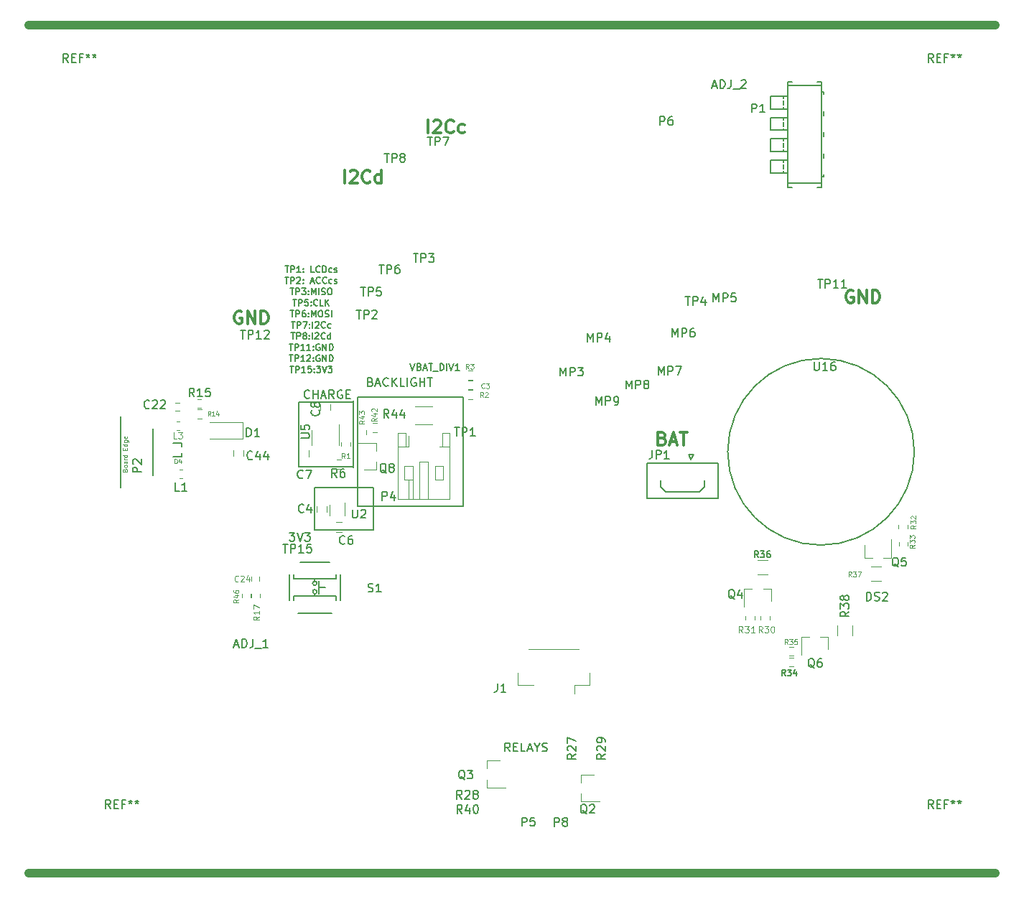
<source format=gbr>
G04 #@! TF.GenerationSoftware,KiCad,Pcbnew,(5.1.2)-2*
G04 #@! TF.CreationDate,2019-10-03T15:28:12-06:00*
G04 #@! TF.ProjectId,MagSensor,4d616753-656e-4736-9f72-2e6b69636164,rev?*
G04 #@! TF.SameCoordinates,Original*
G04 #@! TF.FileFunction,Legend,Top*
G04 #@! TF.FilePolarity,Positive*
%FSLAX46Y46*%
G04 Gerber Fmt 4.6, Leading zero omitted, Abs format (unit mm)*
G04 Created by KiCad (PCBNEW (5.1.2)-2) date 2019-10-03 15:28:12*
%MOMM*%
%LPD*%
G04 APERTURE LIST*
%ADD10C,1.000000*%
%ADD11C,0.300000*%
%ADD12C,0.187500*%
%ADD13C,0.200000*%
%ADD14C,0.150000*%
%ADD15C,0.120000*%
%ADD16C,0.125000*%
%ADD17C,0.100000*%
G04 APERTURE END LIST*
D10*
X179323088Y-176705684D02*
X65323088Y-176705684D01*
X179323088Y-76705684D02*
X65323088Y-76705684D01*
D11*
X140036745Y-125411941D02*
X140251030Y-125483369D01*
X140322459Y-125554798D01*
X140393888Y-125697655D01*
X140393888Y-125911941D01*
X140322459Y-126054798D01*
X140251030Y-126126226D01*
X140108173Y-126197655D01*
X139536745Y-126197655D01*
X139536745Y-124697655D01*
X140036745Y-124697655D01*
X140179602Y-124769084D01*
X140251030Y-124840512D01*
X140322459Y-124983369D01*
X140322459Y-125126226D01*
X140251030Y-125269084D01*
X140179602Y-125340512D01*
X140036745Y-125411941D01*
X139536745Y-125411941D01*
X140965316Y-125769084D02*
X141679602Y-125769084D01*
X140822459Y-126197655D02*
X141322459Y-124697655D01*
X141822459Y-126197655D01*
X142108173Y-124697655D02*
X142965316Y-124697655D01*
X142536745Y-126197655D02*
X142536745Y-124697655D01*
X102580230Y-95294255D02*
X102580230Y-93794255D01*
X103223088Y-93937112D02*
X103294516Y-93865684D01*
X103437373Y-93794255D01*
X103794516Y-93794255D01*
X103937373Y-93865684D01*
X104008802Y-93937112D01*
X104080230Y-94079969D01*
X104080230Y-94222826D01*
X104008802Y-94437112D01*
X103151659Y-95294255D01*
X104080230Y-95294255D01*
X105580230Y-95151398D02*
X105508802Y-95222826D01*
X105294516Y-95294255D01*
X105151659Y-95294255D01*
X104937373Y-95222826D01*
X104794516Y-95079969D01*
X104723088Y-94937112D01*
X104651659Y-94651398D01*
X104651659Y-94437112D01*
X104723088Y-94151398D01*
X104794516Y-94008541D01*
X104937373Y-93865684D01*
X105151659Y-93794255D01*
X105294516Y-93794255D01*
X105508802Y-93865684D01*
X105580230Y-93937112D01*
X106865945Y-95294255D02*
X106865945Y-93794255D01*
X106865945Y-95222826D02*
X106723088Y-95294255D01*
X106437373Y-95294255D01*
X106294516Y-95222826D01*
X106223088Y-95151398D01*
X106151659Y-95008541D01*
X106151659Y-94579969D01*
X106223088Y-94437112D01*
X106294516Y-94365684D01*
X106437373Y-94294255D01*
X106723088Y-94294255D01*
X106865945Y-94365684D01*
X112415945Y-89404255D02*
X112415945Y-87904255D01*
X113058802Y-88047112D02*
X113130230Y-87975684D01*
X113273088Y-87904255D01*
X113630230Y-87904255D01*
X113773088Y-87975684D01*
X113844516Y-88047112D01*
X113915945Y-88189969D01*
X113915945Y-88332826D01*
X113844516Y-88547112D01*
X112987373Y-89404255D01*
X113915945Y-89404255D01*
X115415945Y-89261398D02*
X115344516Y-89332826D01*
X115130230Y-89404255D01*
X114987373Y-89404255D01*
X114773088Y-89332826D01*
X114630230Y-89189969D01*
X114558802Y-89047112D01*
X114487373Y-88761398D01*
X114487373Y-88547112D01*
X114558802Y-88261398D01*
X114630230Y-88118541D01*
X114773088Y-87975684D01*
X114987373Y-87904255D01*
X115130230Y-87904255D01*
X115344516Y-87975684D01*
X115415945Y-88047112D01*
X116701659Y-89332826D02*
X116558802Y-89404255D01*
X116273088Y-89404255D01*
X116130230Y-89332826D01*
X116058802Y-89261398D01*
X115987373Y-89118541D01*
X115987373Y-88689969D01*
X116058802Y-88547112D01*
X116130230Y-88475684D01*
X116273088Y-88404255D01*
X116558802Y-88404255D01*
X116701659Y-88475684D01*
X90430230Y-110485684D02*
X90287373Y-110414255D01*
X90073088Y-110414255D01*
X89858802Y-110485684D01*
X89715945Y-110628541D01*
X89644516Y-110771398D01*
X89573088Y-111057112D01*
X89573088Y-111271398D01*
X89644516Y-111557112D01*
X89715945Y-111699969D01*
X89858802Y-111842826D01*
X90073088Y-111914255D01*
X90215945Y-111914255D01*
X90430230Y-111842826D01*
X90501659Y-111771398D01*
X90501659Y-111271398D01*
X90215945Y-111271398D01*
X91144516Y-111914255D02*
X91144516Y-110414255D01*
X92001659Y-111914255D01*
X92001659Y-110414255D01*
X92715945Y-111914255D02*
X92715945Y-110414255D01*
X93073088Y-110414255D01*
X93287373Y-110485684D01*
X93430230Y-110628541D01*
X93501659Y-110771398D01*
X93573088Y-111057112D01*
X93573088Y-111271398D01*
X93501659Y-111557112D01*
X93430230Y-111699969D01*
X93287373Y-111842826D01*
X93073088Y-111914255D01*
X92715945Y-111914255D01*
X162530230Y-108005684D02*
X162387373Y-107934255D01*
X162173088Y-107934255D01*
X161958802Y-108005684D01*
X161815945Y-108148541D01*
X161744516Y-108291398D01*
X161673088Y-108577112D01*
X161673088Y-108791398D01*
X161744516Y-109077112D01*
X161815945Y-109219969D01*
X161958802Y-109362826D01*
X162173088Y-109434255D01*
X162315945Y-109434255D01*
X162530230Y-109362826D01*
X162601659Y-109291398D01*
X162601659Y-108791398D01*
X162315945Y-108791398D01*
X163244516Y-109434255D02*
X163244516Y-107934255D01*
X164101659Y-109434255D01*
X164101659Y-107934255D01*
X164815945Y-109434255D02*
X164815945Y-107934255D01*
X165173088Y-107934255D01*
X165387373Y-108005684D01*
X165530230Y-108148541D01*
X165601659Y-108291398D01*
X165673088Y-108577112D01*
X165673088Y-108791398D01*
X165601659Y-109077112D01*
X165530230Y-109219969D01*
X165387373Y-109362826D01*
X165173088Y-109434255D01*
X164815945Y-109434255D01*
D12*
X95563802Y-105088719D02*
X95992373Y-105088719D01*
X95778088Y-105838719D02*
X95778088Y-105088719D01*
X96242373Y-105838719D02*
X96242373Y-105088719D01*
X96528088Y-105088719D01*
X96599516Y-105124434D01*
X96635230Y-105160148D01*
X96670945Y-105231576D01*
X96670945Y-105338719D01*
X96635230Y-105410148D01*
X96599516Y-105445862D01*
X96528088Y-105481576D01*
X96242373Y-105481576D01*
X97385230Y-105838719D02*
X96956659Y-105838719D01*
X97170945Y-105838719D02*
X97170945Y-105088719D01*
X97099516Y-105195862D01*
X97028088Y-105267291D01*
X96956659Y-105303005D01*
X97706659Y-105767291D02*
X97742373Y-105803005D01*
X97706659Y-105838719D01*
X97670945Y-105803005D01*
X97706659Y-105767291D01*
X97706659Y-105838719D01*
X97706659Y-105374434D02*
X97742373Y-105410148D01*
X97706659Y-105445862D01*
X97670945Y-105410148D01*
X97706659Y-105374434D01*
X97706659Y-105445862D01*
X98992373Y-105838719D02*
X98635230Y-105838719D01*
X98635230Y-105088719D01*
X99670945Y-105767291D02*
X99635230Y-105803005D01*
X99528088Y-105838719D01*
X99456659Y-105838719D01*
X99349516Y-105803005D01*
X99278088Y-105731576D01*
X99242373Y-105660148D01*
X99206659Y-105517291D01*
X99206659Y-105410148D01*
X99242373Y-105267291D01*
X99278088Y-105195862D01*
X99349516Y-105124434D01*
X99456659Y-105088719D01*
X99528088Y-105088719D01*
X99635230Y-105124434D01*
X99670945Y-105160148D01*
X99992373Y-105838719D02*
X99992373Y-105088719D01*
X100170945Y-105088719D01*
X100278088Y-105124434D01*
X100349516Y-105195862D01*
X100385230Y-105267291D01*
X100420945Y-105410148D01*
X100420945Y-105517291D01*
X100385230Y-105660148D01*
X100349516Y-105731576D01*
X100278088Y-105803005D01*
X100170945Y-105838719D01*
X99992373Y-105838719D01*
X101063802Y-105803005D02*
X100992373Y-105838719D01*
X100849516Y-105838719D01*
X100778088Y-105803005D01*
X100742373Y-105767291D01*
X100706659Y-105695862D01*
X100706659Y-105481576D01*
X100742373Y-105410148D01*
X100778088Y-105374434D01*
X100849516Y-105338719D01*
X100992373Y-105338719D01*
X101063802Y-105374434D01*
X101349516Y-105803005D02*
X101420945Y-105838719D01*
X101563802Y-105838719D01*
X101635230Y-105803005D01*
X101670945Y-105731576D01*
X101670945Y-105695862D01*
X101635230Y-105624434D01*
X101563802Y-105588719D01*
X101456659Y-105588719D01*
X101385230Y-105553005D01*
X101349516Y-105481576D01*
X101349516Y-105445862D01*
X101385230Y-105374434D01*
X101456659Y-105338719D01*
X101563802Y-105338719D01*
X101635230Y-105374434D01*
X95545945Y-106401219D02*
X95974516Y-106401219D01*
X95760230Y-107151219D02*
X95760230Y-106401219D01*
X96224516Y-107151219D02*
X96224516Y-106401219D01*
X96510230Y-106401219D01*
X96581659Y-106436934D01*
X96617373Y-106472648D01*
X96653088Y-106544076D01*
X96653088Y-106651219D01*
X96617373Y-106722648D01*
X96581659Y-106758362D01*
X96510230Y-106794076D01*
X96224516Y-106794076D01*
X96938802Y-106472648D02*
X96974516Y-106436934D01*
X97045945Y-106401219D01*
X97224516Y-106401219D01*
X97295945Y-106436934D01*
X97331659Y-106472648D01*
X97367373Y-106544076D01*
X97367373Y-106615505D01*
X97331659Y-106722648D01*
X96903088Y-107151219D01*
X97367373Y-107151219D01*
X97688802Y-107079791D02*
X97724516Y-107115505D01*
X97688802Y-107151219D01*
X97653088Y-107115505D01*
X97688802Y-107079791D01*
X97688802Y-107151219D01*
X97688802Y-106686934D02*
X97724516Y-106722648D01*
X97688802Y-106758362D01*
X97653088Y-106722648D01*
X97688802Y-106686934D01*
X97688802Y-106758362D01*
X98581659Y-106936934D02*
X98938802Y-106936934D01*
X98510230Y-107151219D02*
X98760230Y-106401219D01*
X99010230Y-107151219D01*
X99688802Y-107079791D02*
X99653088Y-107115505D01*
X99545945Y-107151219D01*
X99474516Y-107151219D01*
X99367373Y-107115505D01*
X99295945Y-107044076D01*
X99260230Y-106972648D01*
X99224516Y-106829791D01*
X99224516Y-106722648D01*
X99260230Y-106579791D01*
X99295945Y-106508362D01*
X99367373Y-106436934D01*
X99474516Y-106401219D01*
X99545945Y-106401219D01*
X99653088Y-106436934D01*
X99688802Y-106472648D01*
X100438802Y-107079791D02*
X100403088Y-107115505D01*
X100295945Y-107151219D01*
X100224516Y-107151219D01*
X100117373Y-107115505D01*
X100045945Y-107044076D01*
X100010230Y-106972648D01*
X99974516Y-106829791D01*
X99974516Y-106722648D01*
X100010230Y-106579791D01*
X100045945Y-106508362D01*
X100117373Y-106436934D01*
X100224516Y-106401219D01*
X100295945Y-106401219D01*
X100403088Y-106436934D01*
X100438802Y-106472648D01*
X101081659Y-107115505D02*
X101010230Y-107151219D01*
X100867373Y-107151219D01*
X100795945Y-107115505D01*
X100760230Y-107079791D01*
X100724516Y-107008362D01*
X100724516Y-106794076D01*
X100760230Y-106722648D01*
X100795945Y-106686934D01*
X100867373Y-106651219D01*
X101010230Y-106651219D01*
X101081659Y-106686934D01*
X101367373Y-107115505D02*
X101438802Y-107151219D01*
X101581659Y-107151219D01*
X101653088Y-107115505D01*
X101688802Y-107044076D01*
X101688802Y-107008362D01*
X101653088Y-106936934D01*
X101581659Y-106901219D01*
X101474516Y-106901219D01*
X101403088Y-106865505D01*
X101367373Y-106794076D01*
X101367373Y-106758362D01*
X101403088Y-106686934D01*
X101474516Y-106651219D01*
X101581659Y-106651219D01*
X101653088Y-106686934D01*
X96170945Y-107713719D02*
X96599516Y-107713719D01*
X96385230Y-108463719D02*
X96385230Y-107713719D01*
X96849516Y-108463719D02*
X96849516Y-107713719D01*
X97135230Y-107713719D01*
X97206659Y-107749434D01*
X97242373Y-107785148D01*
X97278088Y-107856576D01*
X97278088Y-107963719D01*
X97242373Y-108035148D01*
X97206659Y-108070862D01*
X97135230Y-108106576D01*
X96849516Y-108106576D01*
X97528088Y-107713719D02*
X97992373Y-107713719D01*
X97742373Y-107999434D01*
X97849516Y-107999434D01*
X97920945Y-108035148D01*
X97956659Y-108070862D01*
X97992373Y-108142291D01*
X97992373Y-108320862D01*
X97956659Y-108392291D01*
X97920945Y-108428005D01*
X97849516Y-108463719D01*
X97635230Y-108463719D01*
X97563802Y-108428005D01*
X97528088Y-108392291D01*
X98313802Y-108392291D02*
X98349516Y-108428005D01*
X98313802Y-108463719D01*
X98278088Y-108428005D01*
X98313802Y-108392291D01*
X98313802Y-108463719D01*
X98313802Y-107999434D02*
X98349516Y-108035148D01*
X98313802Y-108070862D01*
X98278088Y-108035148D01*
X98313802Y-107999434D01*
X98313802Y-108070862D01*
X98670945Y-108463719D02*
X98670945Y-107713719D01*
X98920945Y-108249434D01*
X99170945Y-107713719D01*
X99170945Y-108463719D01*
X99528088Y-108463719D02*
X99528088Y-107713719D01*
X99849516Y-108428005D02*
X99956659Y-108463719D01*
X100135230Y-108463719D01*
X100206659Y-108428005D01*
X100242373Y-108392291D01*
X100278088Y-108320862D01*
X100278088Y-108249434D01*
X100242373Y-108178005D01*
X100206659Y-108142291D01*
X100135230Y-108106576D01*
X99992373Y-108070862D01*
X99920945Y-108035148D01*
X99885230Y-107999434D01*
X99849516Y-107928005D01*
X99849516Y-107856576D01*
X99885230Y-107785148D01*
X99920945Y-107749434D01*
X99992373Y-107713719D01*
X100170945Y-107713719D01*
X100278088Y-107749434D01*
X100742373Y-107713719D02*
X100885230Y-107713719D01*
X100956659Y-107749434D01*
X101028088Y-107820862D01*
X101063802Y-107963719D01*
X101063802Y-108213719D01*
X101028088Y-108356576D01*
X100956659Y-108428005D01*
X100885230Y-108463719D01*
X100742373Y-108463719D01*
X100670945Y-108428005D01*
X100599516Y-108356576D01*
X100563802Y-108213719D01*
X100563802Y-107963719D01*
X100599516Y-107820862D01*
X100670945Y-107749434D01*
X100742373Y-107713719D01*
X96474516Y-109026219D02*
X96903088Y-109026219D01*
X96688802Y-109776219D02*
X96688802Y-109026219D01*
X97153088Y-109776219D02*
X97153088Y-109026219D01*
X97438802Y-109026219D01*
X97510230Y-109061934D01*
X97545945Y-109097648D01*
X97581659Y-109169076D01*
X97581659Y-109276219D01*
X97545945Y-109347648D01*
X97510230Y-109383362D01*
X97438802Y-109419076D01*
X97153088Y-109419076D01*
X98260230Y-109026219D02*
X97903088Y-109026219D01*
X97867373Y-109383362D01*
X97903088Y-109347648D01*
X97974516Y-109311934D01*
X98153088Y-109311934D01*
X98224516Y-109347648D01*
X98260230Y-109383362D01*
X98295945Y-109454791D01*
X98295945Y-109633362D01*
X98260230Y-109704791D01*
X98224516Y-109740505D01*
X98153088Y-109776219D01*
X97974516Y-109776219D01*
X97903088Y-109740505D01*
X97867373Y-109704791D01*
X98617373Y-109704791D02*
X98653088Y-109740505D01*
X98617373Y-109776219D01*
X98581659Y-109740505D01*
X98617373Y-109704791D01*
X98617373Y-109776219D01*
X98617373Y-109311934D02*
X98653088Y-109347648D01*
X98617373Y-109383362D01*
X98581659Y-109347648D01*
X98617373Y-109311934D01*
X98617373Y-109383362D01*
X99403088Y-109704791D02*
X99367373Y-109740505D01*
X99260230Y-109776219D01*
X99188802Y-109776219D01*
X99081659Y-109740505D01*
X99010230Y-109669076D01*
X98974516Y-109597648D01*
X98938802Y-109454791D01*
X98938802Y-109347648D01*
X98974516Y-109204791D01*
X99010230Y-109133362D01*
X99081659Y-109061934D01*
X99188802Y-109026219D01*
X99260230Y-109026219D01*
X99367373Y-109061934D01*
X99403088Y-109097648D01*
X100081659Y-109776219D02*
X99724516Y-109776219D01*
X99724516Y-109026219D01*
X100331659Y-109776219D02*
X100331659Y-109026219D01*
X100760230Y-109776219D02*
X100438802Y-109347648D01*
X100760230Y-109026219D02*
X100331659Y-109454791D01*
X96170945Y-110338719D02*
X96599516Y-110338719D01*
X96385230Y-111088719D02*
X96385230Y-110338719D01*
X96849516Y-111088719D02*
X96849516Y-110338719D01*
X97135230Y-110338719D01*
X97206659Y-110374434D01*
X97242373Y-110410148D01*
X97278088Y-110481576D01*
X97278088Y-110588719D01*
X97242373Y-110660148D01*
X97206659Y-110695862D01*
X97135230Y-110731576D01*
X96849516Y-110731576D01*
X97920945Y-110338719D02*
X97778088Y-110338719D01*
X97706659Y-110374434D01*
X97670945Y-110410148D01*
X97599516Y-110517291D01*
X97563802Y-110660148D01*
X97563802Y-110945862D01*
X97599516Y-111017291D01*
X97635230Y-111053005D01*
X97706659Y-111088719D01*
X97849516Y-111088719D01*
X97920945Y-111053005D01*
X97956659Y-111017291D01*
X97992373Y-110945862D01*
X97992373Y-110767291D01*
X97956659Y-110695862D01*
X97920945Y-110660148D01*
X97849516Y-110624434D01*
X97706659Y-110624434D01*
X97635230Y-110660148D01*
X97599516Y-110695862D01*
X97563802Y-110767291D01*
X98313802Y-111017291D02*
X98349516Y-111053005D01*
X98313802Y-111088719D01*
X98278088Y-111053005D01*
X98313802Y-111017291D01*
X98313802Y-111088719D01*
X98313802Y-110624434D02*
X98349516Y-110660148D01*
X98313802Y-110695862D01*
X98278088Y-110660148D01*
X98313802Y-110624434D01*
X98313802Y-110695862D01*
X98670945Y-111088719D02*
X98670945Y-110338719D01*
X98920945Y-110874434D01*
X99170945Y-110338719D01*
X99170945Y-111088719D01*
X99670945Y-110338719D02*
X99813802Y-110338719D01*
X99885230Y-110374434D01*
X99956659Y-110445862D01*
X99992373Y-110588719D01*
X99992373Y-110838719D01*
X99956659Y-110981576D01*
X99885230Y-111053005D01*
X99813802Y-111088719D01*
X99670945Y-111088719D01*
X99599516Y-111053005D01*
X99528088Y-110981576D01*
X99492373Y-110838719D01*
X99492373Y-110588719D01*
X99528088Y-110445862D01*
X99599516Y-110374434D01*
X99670945Y-110338719D01*
X100278088Y-111053005D02*
X100385230Y-111088719D01*
X100563802Y-111088719D01*
X100635230Y-111053005D01*
X100670945Y-111017291D01*
X100706659Y-110945862D01*
X100706659Y-110874434D01*
X100670945Y-110803005D01*
X100635230Y-110767291D01*
X100563802Y-110731576D01*
X100420945Y-110695862D01*
X100349516Y-110660148D01*
X100313802Y-110624434D01*
X100278088Y-110553005D01*
X100278088Y-110481576D01*
X100313802Y-110410148D01*
X100349516Y-110374434D01*
X100420945Y-110338719D01*
X100599516Y-110338719D01*
X100706659Y-110374434D01*
X101028088Y-111088719D02*
X101028088Y-110338719D01*
X96295945Y-111651219D02*
X96724516Y-111651219D01*
X96510230Y-112401219D02*
X96510230Y-111651219D01*
X96974516Y-112401219D02*
X96974516Y-111651219D01*
X97260230Y-111651219D01*
X97331659Y-111686934D01*
X97367373Y-111722648D01*
X97403088Y-111794076D01*
X97403088Y-111901219D01*
X97367373Y-111972648D01*
X97331659Y-112008362D01*
X97260230Y-112044076D01*
X96974516Y-112044076D01*
X97653088Y-111651219D02*
X98153088Y-111651219D01*
X97831659Y-112401219D01*
X98438802Y-112329791D02*
X98474516Y-112365505D01*
X98438802Y-112401219D01*
X98403088Y-112365505D01*
X98438802Y-112329791D01*
X98438802Y-112401219D01*
X98438802Y-111936934D02*
X98474516Y-111972648D01*
X98438802Y-112008362D01*
X98403088Y-111972648D01*
X98438802Y-111936934D01*
X98438802Y-112008362D01*
X98795945Y-112401219D02*
X98795945Y-111651219D01*
X99117373Y-111722648D02*
X99153088Y-111686934D01*
X99224516Y-111651219D01*
X99403088Y-111651219D01*
X99474516Y-111686934D01*
X99510230Y-111722648D01*
X99545945Y-111794076D01*
X99545945Y-111865505D01*
X99510230Y-111972648D01*
X99081659Y-112401219D01*
X99545945Y-112401219D01*
X100295945Y-112329791D02*
X100260230Y-112365505D01*
X100153088Y-112401219D01*
X100081659Y-112401219D01*
X99974516Y-112365505D01*
X99903088Y-112294076D01*
X99867373Y-112222648D01*
X99831659Y-112079791D01*
X99831659Y-111972648D01*
X99867373Y-111829791D01*
X99903088Y-111758362D01*
X99974516Y-111686934D01*
X100081659Y-111651219D01*
X100153088Y-111651219D01*
X100260230Y-111686934D01*
X100295945Y-111722648D01*
X100938802Y-112365505D02*
X100867373Y-112401219D01*
X100724516Y-112401219D01*
X100653088Y-112365505D01*
X100617373Y-112329791D01*
X100581659Y-112258362D01*
X100581659Y-112044076D01*
X100617373Y-111972648D01*
X100653088Y-111936934D01*
X100724516Y-111901219D01*
X100867373Y-111901219D01*
X100938802Y-111936934D01*
X96278088Y-112963719D02*
X96706659Y-112963719D01*
X96492373Y-113713719D02*
X96492373Y-112963719D01*
X96956659Y-113713719D02*
X96956659Y-112963719D01*
X97242373Y-112963719D01*
X97313802Y-112999434D01*
X97349516Y-113035148D01*
X97385230Y-113106576D01*
X97385230Y-113213719D01*
X97349516Y-113285148D01*
X97313802Y-113320862D01*
X97242373Y-113356576D01*
X96956659Y-113356576D01*
X97813802Y-113285148D02*
X97742373Y-113249434D01*
X97706659Y-113213719D01*
X97670945Y-113142291D01*
X97670945Y-113106576D01*
X97706659Y-113035148D01*
X97742373Y-112999434D01*
X97813802Y-112963719D01*
X97956659Y-112963719D01*
X98028088Y-112999434D01*
X98063802Y-113035148D01*
X98099516Y-113106576D01*
X98099516Y-113142291D01*
X98063802Y-113213719D01*
X98028088Y-113249434D01*
X97956659Y-113285148D01*
X97813802Y-113285148D01*
X97742373Y-113320862D01*
X97706659Y-113356576D01*
X97670945Y-113428005D01*
X97670945Y-113570862D01*
X97706659Y-113642291D01*
X97742373Y-113678005D01*
X97813802Y-113713719D01*
X97956659Y-113713719D01*
X98028088Y-113678005D01*
X98063802Y-113642291D01*
X98099516Y-113570862D01*
X98099516Y-113428005D01*
X98063802Y-113356576D01*
X98028088Y-113320862D01*
X97956659Y-113285148D01*
X98420945Y-113642291D02*
X98456659Y-113678005D01*
X98420945Y-113713719D01*
X98385230Y-113678005D01*
X98420945Y-113642291D01*
X98420945Y-113713719D01*
X98420945Y-113249434D02*
X98456659Y-113285148D01*
X98420945Y-113320862D01*
X98385230Y-113285148D01*
X98420945Y-113249434D01*
X98420945Y-113320862D01*
X98778088Y-113713719D02*
X98778088Y-112963719D01*
X99099516Y-113035148D02*
X99135230Y-112999434D01*
X99206659Y-112963719D01*
X99385230Y-112963719D01*
X99456659Y-112999434D01*
X99492373Y-113035148D01*
X99528088Y-113106576D01*
X99528088Y-113178005D01*
X99492373Y-113285148D01*
X99063802Y-113713719D01*
X99528088Y-113713719D01*
X100278088Y-113642291D02*
X100242373Y-113678005D01*
X100135230Y-113713719D01*
X100063802Y-113713719D01*
X99956659Y-113678005D01*
X99885230Y-113606576D01*
X99849516Y-113535148D01*
X99813802Y-113392291D01*
X99813802Y-113285148D01*
X99849516Y-113142291D01*
X99885230Y-113070862D01*
X99956659Y-112999434D01*
X100063802Y-112963719D01*
X100135230Y-112963719D01*
X100242373Y-112999434D01*
X100278088Y-113035148D01*
X100920945Y-113713719D02*
X100920945Y-112963719D01*
X100920945Y-113678005D02*
X100849516Y-113713719D01*
X100706659Y-113713719D01*
X100635230Y-113678005D01*
X100599516Y-113642291D01*
X100563802Y-113570862D01*
X100563802Y-113356576D01*
X100599516Y-113285148D01*
X100635230Y-113249434D01*
X100706659Y-113213719D01*
X100849516Y-113213719D01*
X100920945Y-113249434D01*
X96028088Y-114276219D02*
X96456659Y-114276219D01*
X96242373Y-115026219D02*
X96242373Y-114276219D01*
X96706659Y-115026219D02*
X96706659Y-114276219D01*
X96992373Y-114276219D01*
X97063802Y-114311934D01*
X97099516Y-114347648D01*
X97135230Y-114419076D01*
X97135230Y-114526219D01*
X97099516Y-114597648D01*
X97063802Y-114633362D01*
X96992373Y-114669076D01*
X96706659Y-114669076D01*
X97849516Y-115026219D02*
X97420945Y-115026219D01*
X97635230Y-115026219D02*
X97635230Y-114276219D01*
X97563802Y-114383362D01*
X97492373Y-114454791D01*
X97420945Y-114490505D01*
X98563802Y-115026219D02*
X98135230Y-115026219D01*
X98349516Y-115026219D02*
X98349516Y-114276219D01*
X98278088Y-114383362D01*
X98206659Y-114454791D01*
X98135230Y-114490505D01*
X98885230Y-114954791D02*
X98920945Y-114990505D01*
X98885230Y-115026219D01*
X98849516Y-114990505D01*
X98885230Y-114954791D01*
X98885230Y-115026219D01*
X98885230Y-114561934D02*
X98920945Y-114597648D01*
X98885230Y-114633362D01*
X98849516Y-114597648D01*
X98885230Y-114561934D01*
X98885230Y-114633362D01*
X99635230Y-114311934D02*
X99563802Y-114276219D01*
X99456659Y-114276219D01*
X99349516Y-114311934D01*
X99278088Y-114383362D01*
X99242373Y-114454791D01*
X99206659Y-114597648D01*
X99206659Y-114704791D01*
X99242373Y-114847648D01*
X99278088Y-114919076D01*
X99349516Y-114990505D01*
X99456659Y-115026219D01*
X99528088Y-115026219D01*
X99635230Y-114990505D01*
X99670945Y-114954791D01*
X99670945Y-114704791D01*
X99528088Y-114704791D01*
X99992373Y-115026219D02*
X99992373Y-114276219D01*
X100420945Y-115026219D01*
X100420945Y-114276219D01*
X100778088Y-115026219D02*
X100778088Y-114276219D01*
X100956659Y-114276219D01*
X101063802Y-114311934D01*
X101135230Y-114383362D01*
X101170945Y-114454791D01*
X101206659Y-114597648D01*
X101206659Y-114704791D01*
X101170945Y-114847648D01*
X101135230Y-114919076D01*
X101063802Y-114990505D01*
X100956659Y-115026219D01*
X100778088Y-115026219D01*
X96028088Y-115588719D02*
X96456659Y-115588719D01*
X96242373Y-116338719D02*
X96242373Y-115588719D01*
X96706659Y-116338719D02*
X96706659Y-115588719D01*
X96992373Y-115588719D01*
X97063802Y-115624434D01*
X97099516Y-115660148D01*
X97135230Y-115731576D01*
X97135230Y-115838719D01*
X97099516Y-115910148D01*
X97063802Y-115945862D01*
X96992373Y-115981576D01*
X96706659Y-115981576D01*
X97849516Y-116338719D02*
X97420945Y-116338719D01*
X97635230Y-116338719D02*
X97635230Y-115588719D01*
X97563802Y-115695862D01*
X97492373Y-115767291D01*
X97420945Y-115803005D01*
X98135230Y-115660148D02*
X98170945Y-115624434D01*
X98242373Y-115588719D01*
X98420945Y-115588719D01*
X98492373Y-115624434D01*
X98528088Y-115660148D01*
X98563802Y-115731576D01*
X98563802Y-115803005D01*
X98528088Y-115910148D01*
X98099516Y-116338719D01*
X98563802Y-116338719D01*
X98885230Y-116267291D02*
X98920945Y-116303005D01*
X98885230Y-116338719D01*
X98849516Y-116303005D01*
X98885230Y-116267291D01*
X98885230Y-116338719D01*
X98885230Y-115874434D02*
X98920945Y-115910148D01*
X98885230Y-115945862D01*
X98849516Y-115910148D01*
X98885230Y-115874434D01*
X98885230Y-115945862D01*
X99635230Y-115624434D02*
X99563802Y-115588719D01*
X99456659Y-115588719D01*
X99349516Y-115624434D01*
X99278088Y-115695862D01*
X99242373Y-115767291D01*
X99206659Y-115910148D01*
X99206659Y-116017291D01*
X99242373Y-116160148D01*
X99278088Y-116231576D01*
X99349516Y-116303005D01*
X99456659Y-116338719D01*
X99528088Y-116338719D01*
X99635230Y-116303005D01*
X99670945Y-116267291D01*
X99670945Y-116017291D01*
X99528088Y-116017291D01*
X99992373Y-116338719D02*
X99992373Y-115588719D01*
X100420945Y-116338719D01*
X100420945Y-115588719D01*
X100778088Y-116338719D02*
X100778088Y-115588719D01*
X100956659Y-115588719D01*
X101063802Y-115624434D01*
X101135230Y-115695862D01*
X101170945Y-115767291D01*
X101206659Y-115910148D01*
X101206659Y-116017291D01*
X101170945Y-116160148D01*
X101135230Y-116231576D01*
X101063802Y-116303005D01*
X100956659Y-116338719D01*
X100778088Y-116338719D01*
X96135230Y-116901219D02*
X96563802Y-116901219D01*
X96349516Y-117651219D02*
X96349516Y-116901219D01*
X96813802Y-117651219D02*
X96813802Y-116901219D01*
X97099516Y-116901219D01*
X97170945Y-116936934D01*
X97206659Y-116972648D01*
X97242373Y-117044076D01*
X97242373Y-117151219D01*
X97206659Y-117222648D01*
X97170945Y-117258362D01*
X97099516Y-117294076D01*
X96813802Y-117294076D01*
X97956659Y-117651219D02*
X97528088Y-117651219D01*
X97742373Y-117651219D02*
X97742373Y-116901219D01*
X97670945Y-117008362D01*
X97599516Y-117079791D01*
X97528088Y-117115505D01*
X98635230Y-116901219D02*
X98278088Y-116901219D01*
X98242373Y-117258362D01*
X98278088Y-117222648D01*
X98349516Y-117186934D01*
X98528088Y-117186934D01*
X98599516Y-117222648D01*
X98635230Y-117258362D01*
X98670945Y-117329791D01*
X98670945Y-117508362D01*
X98635230Y-117579791D01*
X98599516Y-117615505D01*
X98528088Y-117651219D01*
X98349516Y-117651219D01*
X98278088Y-117615505D01*
X98242373Y-117579791D01*
X98992373Y-117579791D02*
X99028088Y-117615505D01*
X98992373Y-117651219D01*
X98956659Y-117615505D01*
X98992373Y-117579791D01*
X98992373Y-117651219D01*
X98992373Y-117186934D02*
X99028088Y-117222648D01*
X98992373Y-117258362D01*
X98956659Y-117222648D01*
X98992373Y-117186934D01*
X98992373Y-117258362D01*
X99278088Y-116901219D02*
X99742373Y-116901219D01*
X99492373Y-117186934D01*
X99599516Y-117186934D01*
X99670945Y-117222648D01*
X99706659Y-117258362D01*
X99742373Y-117329791D01*
X99742373Y-117508362D01*
X99706659Y-117579791D01*
X99670945Y-117615505D01*
X99599516Y-117651219D01*
X99385230Y-117651219D01*
X99313802Y-117615505D01*
X99278088Y-117579791D01*
X99956659Y-116901219D02*
X100206659Y-117651219D01*
X100456659Y-116901219D01*
X100635230Y-116901219D02*
X101099516Y-116901219D01*
X100849516Y-117186934D01*
X100956659Y-117186934D01*
X101028088Y-117222648D01*
X101063802Y-117258362D01*
X101099516Y-117329791D01*
X101099516Y-117508362D01*
X101063802Y-117579791D01*
X101028088Y-117615505D01*
X100956659Y-117651219D01*
X100742373Y-117651219D01*
X100670945Y-117615505D01*
X100635230Y-117579791D01*
D13*
X105633526Y-118742055D02*
X105776383Y-118789674D01*
X105824002Y-118837293D01*
X105871621Y-118932531D01*
X105871621Y-119075388D01*
X105824002Y-119170626D01*
X105776383Y-119218245D01*
X105681145Y-119265864D01*
X105300192Y-119265864D01*
X105300192Y-118265864D01*
X105633526Y-118265864D01*
X105728764Y-118313484D01*
X105776383Y-118361103D01*
X105824002Y-118456341D01*
X105824002Y-118551579D01*
X105776383Y-118646817D01*
X105728764Y-118694436D01*
X105633526Y-118742055D01*
X105300192Y-118742055D01*
X106252573Y-118980150D02*
X106728764Y-118980150D01*
X106157335Y-119265864D02*
X106490668Y-118265864D01*
X106824002Y-119265864D01*
X107728764Y-119170626D02*
X107681145Y-119218245D01*
X107538288Y-119265864D01*
X107443049Y-119265864D01*
X107300192Y-119218245D01*
X107204954Y-119123007D01*
X107157335Y-119027769D01*
X107109716Y-118837293D01*
X107109716Y-118694436D01*
X107157335Y-118503960D01*
X107204954Y-118408722D01*
X107300192Y-118313484D01*
X107443049Y-118265864D01*
X107538288Y-118265864D01*
X107681145Y-118313484D01*
X107728764Y-118361103D01*
X108157335Y-119265864D02*
X108157335Y-118265864D01*
X108728764Y-119265864D02*
X108300192Y-118694436D01*
X108728764Y-118265864D02*
X108157335Y-118837293D01*
X109633526Y-119265864D02*
X109157335Y-119265864D01*
X109157335Y-118265864D01*
X109966859Y-119265864D02*
X109966859Y-118265864D01*
X110966859Y-118313484D02*
X110871621Y-118265864D01*
X110728764Y-118265864D01*
X110585907Y-118313484D01*
X110490668Y-118408722D01*
X110443049Y-118503960D01*
X110395430Y-118694436D01*
X110395430Y-118837293D01*
X110443049Y-119027769D01*
X110490668Y-119123007D01*
X110585907Y-119218245D01*
X110728764Y-119265864D01*
X110824002Y-119265864D01*
X110966859Y-119218245D01*
X111014478Y-119170626D01*
X111014478Y-118837293D01*
X110824002Y-118837293D01*
X111443049Y-119265864D02*
X111443049Y-118265864D01*
X111443049Y-118742055D02*
X112014478Y-118742055D01*
X112014478Y-119265864D02*
X112014478Y-118265864D01*
X112347811Y-118265864D02*
X112919240Y-118265864D01*
X112633526Y-119265864D02*
X112633526Y-118265864D01*
X104115008Y-133442284D02*
X104115008Y-120534004D01*
X116515288Y-133416884D02*
X104115008Y-133416884D01*
X116515288Y-120544164D02*
X116515288Y-133416884D01*
X104110000Y-120544164D02*
X116515288Y-120544164D01*
X98422849Y-120604426D02*
X98375230Y-120652045D01*
X98232373Y-120699664D01*
X98137135Y-120699664D01*
X97994278Y-120652045D01*
X97899040Y-120556807D01*
X97851421Y-120461569D01*
X97803802Y-120271093D01*
X97803802Y-120128236D01*
X97851421Y-119937760D01*
X97899040Y-119842522D01*
X97994278Y-119747284D01*
X98137135Y-119699664D01*
X98232373Y-119699664D01*
X98375230Y-119747284D01*
X98422849Y-119794903D01*
X98851421Y-120699664D02*
X98851421Y-119699664D01*
X98851421Y-120175855D02*
X99422849Y-120175855D01*
X99422849Y-120699664D02*
X99422849Y-119699664D01*
X99851421Y-120413950D02*
X100327611Y-120413950D01*
X99756183Y-120699664D02*
X100089516Y-119699664D01*
X100422849Y-120699664D01*
X101327611Y-120699664D02*
X100994278Y-120223474D01*
X100756183Y-120699664D02*
X100756183Y-119699664D01*
X101137135Y-119699664D01*
X101232373Y-119747284D01*
X101279992Y-119794903D01*
X101327611Y-119890141D01*
X101327611Y-120032998D01*
X101279992Y-120128236D01*
X101232373Y-120175855D01*
X101137135Y-120223474D01*
X100756183Y-120223474D01*
X102279992Y-119747284D02*
X102184754Y-119699664D01*
X102041897Y-119699664D01*
X101899040Y-119747284D01*
X101803802Y-119842522D01*
X101756183Y-119937760D01*
X101708564Y-120128236D01*
X101708564Y-120271093D01*
X101756183Y-120461569D01*
X101803802Y-120556807D01*
X101899040Y-120652045D01*
X102041897Y-120699664D01*
X102137135Y-120699664D01*
X102279992Y-120652045D01*
X102327611Y-120604426D01*
X102327611Y-120271093D01*
X102137135Y-120271093D01*
X102756183Y-120175855D02*
X103089516Y-120175855D01*
X103232373Y-120699664D02*
X102756183Y-120699664D01*
X102756183Y-119699664D01*
X103232373Y-119699664D01*
X97138100Y-121135172D02*
X103579540Y-121135172D01*
X97138100Y-128745012D02*
X97138100Y-121135172D01*
X103599860Y-128745012D02*
X97138100Y-128745012D01*
X103599860Y-121013652D02*
X103599860Y-128882572D01*
X122067135Y-162318864D02*
X121733802Y-161842674D01*
X121495707Y-162318864D02*
X121495707Y-161318864D01*
X121876659Y-161318864D01*
X121971897Y-161366484D01*
X122019516Y-161414103D01*
X122067135Y-161509341D01*
X122067135Y-161652198D01*
X122019516Y-161747436D01*
X121971897Y-161795055D01*
X121876659Y-161842674D01*
X121495707Y-161842674D01*
X122495707Y-161795055D02*
X122829040Y-161795055D01*
X122971897Y-162318864D02*
X122495707Y-162318864D01*
X122495707Y-161318864D01*
X122971897Y-161318864D01*
X123876659Y-162318864D02*
X123400468Y-162318864D01*
X123400468Y-161318864D01*
X124162373Y-162033150D02*
X124638564Y-162033150D01*
X124067135Y-162318864D02*
X124400468Y-161318864D01*
X124733802Y-162318864D01*
X125257611Y-161842674D02*
X125257611Y-162318864D01*
X124924278Y-161318864D02*
X125257611Y-161842674D01*
X125590945Y-161318864D01*
X125876659Y-162271245D02*
X126019516Y-162318864D01*
X126257611Y-162318864D01*
X126352849Y-162271245D01*
X126400468Y-162223626D01*
X126448088Y-162128388D01*
X126448088Y-162033150D01*
X126400468Y-161937912D01*
X126352849Y-161890293D01*
X126257611Y-161842674D01*
X126067135Y-161795055D01*
X125971897Y-161747436D01*
X125924278Y-161699817D01*
X125876659Y-161604579D01*
X125876659Y-161509341D01*
X125924278Y-161414103D01*
X125971897Y-161366484D01*
X126067135Y-161318864D01*
X126305230Y-161318864D01*
X126448088Y-161366484D01*
X96065392Y-136528464D02*
X96684440Y-136528464D01*
X96351107Y-136909417D01*
X96493964Y-136909417D01*
X96589202Y-136957036D01*
X96636821Y-137004655D01*
X96684440Y-137099893D01*
X96684440Y-137337988D01*
X96636821Y-137433226D01*
X96589202Y-137480845D01*
X96493964Y-137528464D01*
X96208249Y-137528464D01*
X96113011Y-137480845D01*
X96065392Y-137433226D01*
X96970154Y-136528464D02*
X97303488Y-137528464D01*
X97636821Y-136528464D01*
X97874916Y-136528464D02*
X98493964Y-136528464D01*
X98160630Y-136909417D01*
X98303488Y-136909417D01*
X98398726Y-136957036D01*
X98446345Y-137004655D01*
X98493964Y-137099893D01*
X98493964Y-137337988D01*
X98446345Y-137433226D01*
X98398726Y-137480845D01*
X98303488Y-137528464D01*
X98017773Y-137528464D01*
X97922535Y-137480845D01*
X97874916Y-137433226D01*
X99062968Y-136221084D02*
X99062968Y-131217284D01*
X105956528Y-136221084D02*
X99062968Y-136221084D01*
X105956528Y-131217284D02*
X105956528Y-136221084D01*
X99061800Y-131222364D02*
X105971768Y-131222364D01*
D14*
X169750000Y-127000000D02*
G75*
G03X169750000Y-127000000I-11000000J0D01*
G01*
X146573088Y-132505684D02*
X146573088Y-128305684D01*
X146573088Y-128305684D02*
X138273088Y-128305684D01*
X138273088Y-128305684D02*
X138273088Y-132505684D01*
X138273088Y-132505684D02*
X146573088Y-132505684D01*
X145023088Y-130405684D02*
X145023088Y-131155684D01*
X145023088Y-131155684D02*
X144423088Y-131755684D01*
X144423088Y-131755684D02*
X142423088Y-131755684D01*
X139823088Y-130405684D02*
X139823088Y-131155684D01*
X139823088Y-131155684D02*
X140423088Y-131755684D01*
X140423088Y-131755684D02*
X142423088Y-131755684D01*
X143423088Y-127905684D02*
X143723088Y-127305684D01*
X143723088Y-127305684D02*
X143123088Y-127305684D01*
X143123088Y-127305684D02*
X143423088Y-127905684D01*
D15*
X152853088Y-143120684D02*
X151923088Y-143120684D01*
X149693088Y-143120684D02*
X150623088Y-143120684D01*
X149693088Y-143120684D02*
X149693088Y-145280684D01*
X152853088Y-143120684D02*
X152853088Y-144580684D01*
X160660088Y-148699684D02*
X160660088Y-147499684D01*
X162420088Y-147499684D02*
X162420088Y-148699684D01*
X155473088Y-151250684D02*
X154973088Y-151250684D01*
X154973088Y-152310684D02*
X155473088Y-152310684D01*
X83130008Y-121203524D02*
X82630008Y-121203524D01*
X82630008Y-122143524D02*
X83130008Y-122143524D01*
D14*
X83399107Y-127568764D02*
X82394109Y-127568764D01*
X83399107Y-127168764D02*
X83399107Y-127568764D01*
X83399107Y-125968764D02*
X82394109Y-125968764D01*
X83399107Y-126368764D02*
X83399107Y-125968764D01*
D15*
X163893088Y-139490684D02*
X164823088Y-139490684D01*
X167053088Y-139490684D02*
X166123088Y-139490684D01*
X167053088Y-139490684D02*
X167053088Y-137330684D01*
X163893088Y-139490684D02*
X163893088Y-138030684D01*
X159578088Y-148795684D02*
X158648088Y-148795684D01*
X156418088Y-148795684D02*
X157348088Y-148795684D01*
X156418088Y-148795684D02*
X156418088Y-150955684D01*
X159578088Y-148795684D02*
X159578088Y-150255684D01*
X106327888Y-129141284D02*
X106327888Y-128211284D01*
X106327888Y-125981284D02*
X106327888Y-126911284D01*
X106327888Y-125981284D02*
X104167888Y-125981284D01*
X106327888Y-129141284D02*
X104867888Y-129141284D01*
X102180860Y-125848332D02*
X102180860Y-126348332D01*
X103240860Y-126348332D02*
X103240860Y-125848332D01*
X117650508Y-119726384D02*
X117150508Y-119726384D01*
X117150508Y-120786384D02*
X117650508Y-120786384D01*
X117150508Y-118500384D02*
X117650508Y-118500384D01*
X117650508Y-117440384D02*
X117150508Y-117440384D01*
X102150888Y-127935484D02*
X101650888Y-127935484D01*
X101650888Y-128995484D02*
X102150888Y-128995484D01*
X85717088Y-121991884D02*
X85217088Y-121991884D01*
X85217088Y-123051884D02*
X85717088Y-123051884D01*
X85191688Y-121832684D02*
X85691688Y-121832684D01*
X85691688Y-120772684D02*
X85191688Y-120772684D01*
X151643088Y-146330684D02*
X151643088Y-146830684D01*
X152703088Y-146830684D02*
X152703088Y-146330684D01*
X150903088Y-146830684D02*
X150903088Y-146330684D01*
X149843088Y-146330684D02*
X149843088Y-146830684D01*
X167868088Y-135580684D02*
X167868088Y-136080684D01*
X168928088Y-136080684D02*
X168928088Y-135580684D01*
X167918888Y-137613484D02*
X167918888Y-138113484D01*
X168978888Y-138113484D02*
X168978888Y-137613484D01*
X154973088Y-151060684D02*
X155473088Y-151060684D01*
X155473088Y-150000684D02*
X154973088Y-150000684D01*
X106363568Y-123615884D02*
X105863568Y-123615884D01*
X105863568Y-124675884D02*
X106363568Y-124675884D01*
X104047288Y-124466964D02*
X104047288Y-124966964D01*
X105107288Y-124966964D02*
X105107288Y-124466964D01*
X100785288Y-134556764D02*
X100785288Y-133256764D01*
X102585288Y-133006764D02*
X102585288Y-134556764D01*
X98657380Y-124441412D02*
X98657380Y-126241412D01*
X101877380Y-126241412D02*
X101877380Y-123791412D01*
X117150508Y-119583384D02*
X117650508Y-119583384D01*
X117650508Y-118643384D02*
X117150508Y-118643384D01*
X90588288Y-125477684D02*
X90588288Y-123477684D01*
X90588288Y-123477684D02*
X86688288Y-123477684D01*
X90588288Y-125477684D02*
X86688288Y-125477684D01*
X151288088Y-139726684D02*
X152488088Y-139726684D01*
X152488088Y-141486684D02*
X151288088Y-141486684D01*
X165848088Y-142260684D02*
X164648088Y-142260684D01*
X164648088Y-140500684D02*
X165848088Y-140500684D01*
X91523088Y-144205684D02*
X91523088Y-143705684D01*
X90463088Y-143705684D02*
X90463088Y-144205684D01*
X92543088Y-142205684D02*
X92543088Y-141705684D01*
X91603088Y-141705684D02*
X91603088Y-142205684D01*
X90664488Y-126794684D02*
X90664488Y-127494684D01*
X89464488Y-127494684D02*
X89464488Y-126794684D01*
X92603088Y-144205684D02*
X92603088Y-143705684D01*
X91543088Y-143705684D02*
X91543088Y-144205684D01*
D14*
X79956248Y-124272764D02*
X79956248Y-129772764D01*
X76206248Y-122797764D02*
X76206248Y-131247764D01*
D15*
X111423088Y-132555684D02*
X111423088Y-128205684D01*
X111423088Y-128205684D02*
X112423088Y-128205684D01*
X112423088Y-128205684D02*
X112423088Y-132555684D01*
X110123088Y-126355684D02*
X109773088Y-126355684D01*
X109773088Y-126355684D02*
X109773088Y-124755684D01*
X109773088Y-124755684D02*
X108873088Y-124755684D01*
X108873088Y-124755684D02*
X108873088Y-132555684D01*
X108873088Y-132555684D02*
X114973088Y-132555684D01*
X114973088Y-132555684D02*
X114973088Y-124755684D01*
X114973088Y-124755684D02*
X114073088Y-124755684D01*
X114073088Y-124755684D02*
X114073088Y-126355684D01*
X114073088Y-126355684D02*
X113723088Y-126355684D01*
X108873088Y-126355684D02*
X109773088Y-126355684D01*
X114973088Y-126355684D02*
X114073088Y-126355684D01*
X109623088Y-128705684D02*
X109623088Y-130305684D01*
X109623088Y-130305684D02*
X110623088Y-130305684D01*
X110623088Y-130305684D02*
X110623088Y-128705684D01*
X110623088Y-128705684D02*
X109623088Y-128705684D01*
X114223088Y-128705684D02*
X114223088Y-130305684D01*
X114223088Y-130305684D02*
X113223088Y-130305684D01*
X113223088Y-130305684D02*
X113223088Y-128705684D01*
X113223088Y-128705684D02*
X114223088Y-128705684D01*
X110623088Y-130305684D02*
X110623088Y-132555684D01*
X110123088Y-130305684D02*
X110123088Y-132555684D01*
X110123088Y-126355684D02*
X110123088Y-125155684D01*
X112883088Y-123795084D02*
X110883088Y-123795084D01*
X110883088Y-121655084D02*
X112883088Y-121655084D01*
D14*
X96060000Y-141502000D02*
X96060000Y-144502000D01*
X97060000Y-146002000D02*
X101060000Y-146002000D01*
X102060000Y-141502000D02*
X102060000Y-144502000D01*
X97310000Y-140002000D02*
X100810000Y-140002000D01*
X99560000Y-143002000D02*
X100310000Y-143002000D01*
X99560000Y-142252000D02*
X99560000Y-143752000D01*
X99060000Y-142252000D02*
X99060000Y-142002000D01*
X99060000Y-143752000D02*
X99060000Y-144002000D01*
X99310000Y-142502000D02*
G75*
G03X99310000Y-142502000I-250000J0D01*
G01*
X99310000Y-143502000D02*
G75*
G03X99310000Y-143502000I-250000J0D01*
G01*
X101560000Y-144002000D02*
X101560000Y-144502000D01*
X96560000Y-144002000D02*
X101560000Y-144002000D01*
X96560000Y-144502000D02*
X96560000Y-144002000D01*
X101560000Y-142002000D02*
X101560000Y-141502000D01*
X96560000Y-142002000D02*
X101560000Y-142002000D01*
X96560000Y-141502000D02*
X96560000Y-142002000D01*
D15*
X99301168Y-134097284D02*
X99301168Y-133397284D01*
X100501168Y-133397284D02*
X100501168Y-134097284D01*
X102262888Y-136456884D02*
X101562888Y-136456884D01*
X101562888Y-135256884D02*
X102262888Y-135256884D01*
X97193088Y-127547284D02*
X97193088Y-126847284D01*
X98393088Y-126847284D02*
X98393088Y-127547284D01*
X99700688Y-122084484D02*
X99700688Y-121384484D01*
X100900688Y-121384484D02*
X100900688Y-122084484D01*
D14*
X154315688Y-93842284D02*
X154315688Y-94092284D01*
X154315688Y-93092284D02*
X154315688Y-93592284D01*
X154315688Y-92592284D02*
X154315688Y-92842284D01*
X154315688Y-91342284D02*
X154315688Y-91592284D01*
X154315688Y-90592284D02*
X154315688Y-91092284D01*
X154315688Y-90092284D02*
X154315688Y-90342284D01*
X154315688Y-88842284D02*
X154315688Y-89092284D01*
X154315688Y-88092284D02*
X154315688Y-88592284D01*
X154315688Y-87592284D02*
X154315688Y-87842284D01*
X154315688Y-86342284D02*
X154315688Y-86592284D01*
X154315688Y-85592284D02*
X154315688Y-86092284D01*
X154315688Y-85092284D02*
X154315688Y-85342284D01*
X152815688Y-94092284D02*
X154815688Y-94092284D01*
X152815688Y-92592284D02*
X154815688Y-92592284D01*
X152815688Y-91592284D02*
X154815688Y-91592284D01*
X152815688Y-90092284D02*
X154815688Y-90092284D01*
X152815688Y-89092284D02*
X154815688Y-89092284D01*
X152815688Y-87592284D02*
X154815688Y-87592284D01*
X154815688Y-86592284D02*
X152815688Y-86592284D01*
X154815688Y-85092284D02*
X152815688Y-85092284D01*
X152815688Y-92592284D02*
X152815688Y-94092284D01*
X152815688Y-90092284D02*
X152815688Y-91592284D01*
X152815688Y-87592284D02*
X152815688Y-89092284D01*
X152815688Y-85092284D02*
X152815688Y-86592284D01*
X159065688Y-94592284D02*
X158815688Y-94592284D01*
X159065688Y-94342284D02*
X159065688Y-94592284D01*
X159065688Y-91842284D02*
X159065688Y-92342284D01*
X159065688Y-89342284D02*
X159065688Y-89842284D01*
X159065688Y-86842284D02*
X159065688Y-87342284D01*
X159065688Y-84592284D02*
X159065688Y-84842284D01*
X158815688Y-84592284D02*
X159065688Y-84592284D01*
X154815688Y-83342284D02*
X155315688Y-83342284D01*
X154815688Y-83842284D02*
X154815688Y-83342284D01*
X158815688Y-83342284D02*
X158315688Y-83342284D01*
X158815688Y-83842284D02*
X158815688Y-83342284D01*
X154815688Y-95842284D02*
X155315688Y-95842284D01*
X154815688Y-95342284D02*
X154815688Y-95842284D01*
X158815688Y-95842284D02*
X158315688Y-95842284D01*
X158815688Y-95342284D02*
X158815688Y-95842284D01*
X154815688Y-83842284D02*
X158815688Y-83842284D01*
X154815688Y-95342284D02*
X154815688Y-83842284D01*
X158815688Y-95342284D02*
X154815688Y-95342284D01*
X158815688Y-83842284D02*
X158815688Y-95342284D01*
D15*
X83094509Y-130118484D02*
X83420067Y-130118484D01*
X83094509Y-129098484D02*
X83420067Y-129098484D01*
X83074627Y-124423804D02*
X82749069Y-124423804D01*
X83074627Y-123403804D02*
X82749069Y-123403804D01*
X131485088Y-153058684D02*
X131485088Y-154508684D01*
X131485088Y-154508684D02*
X129685088Y-154508684D01*
X129685088Y-154508684D02*
X129685088Y-155498684D01*
X123015088Y-153058684D02*
X123015088Y-154508684D01*
X123015088Y-154508684D02*
X124815088Y-154508684D01*
X130215088Y-150238684D02*
X124285088Y-150238684D01*
X130474588Y-165061684D02*
X130474588Y-165991684D01*
X130474588Y-168221684D02*
X130474588Y-167291684D01*
X130474588Y-168221684D02*
X132634588Y-168221684D01*
X130474588Y-165061684D02*
X131934588Y-165061684D01*
X119378088Y-163410684D02*
X120838088Y-163410684D01*
X119378088Y-166570684D02*
X121538088Y-166570684D01*
X119378088Y-166570684D02*
X119378088Y-165640684D01*
X119378088Y-163410684D02*
X119378088Y-164340684D01*
D14*
X171989754Y-169062564D02*
X171656421Y-168586374D01*
X171418326Y-169062564D02*
X171418326Y-168062564D01*
X171799278Y-168062564D01*
X171894516Y-168110184D01*
X171942135Y-168157803D01*
X171989754Y-168253041D01*
X171989754Y-168395898D01*
X171942135Y-168491136D01*
X171894516Y-168538755D01*
X171799278Y-168586374D01*
X171418326Y-168586374D01*
X172418326Y-168538755D02*
X172751659Y-168538755D01*
X172894516Y-169062564D02*
X172418326Y-169062564D01*
X172418326Y-168062564D01*
X172894516Y-168062564D01*
X173656421Y-168538755D02*
X173323088Y-168538755D01*
X173323088Y-169062564D02*
X173323088Y-168062564D01*
X173799278Y-168062564D01*
X174323088Y-168062564D02*
X174323088Y-168300660D01*
X174084992Y-168205422D02*
X174323088Y-168300660D01*
X174561183Y-168205422D01*
X174180230Y-168491136D02*
X174323088Y-168300660D01*
X174465945Y-168491136D01*
X175084992Y-168062564D02*
X175084992Y-168300660D01*
X174846897Y-168205422D02*
X175084992Y-168300660D01*
X175323088Y-168205422D01*
X174942135Y-168491136D02*
X175084992Y-168300660D01*
X175227849Y-168491136D01*
X74989754Y-169062564D02*
X74656421Y-168586374D01*
X74418326Y-169062564D02*
X74418326Y-168062564D01*
X74799278Y-168062564D01*
X74894516Y-168110184D01*
X74942135Y-168157803D01*
X74989754Y-168253041D01*
X74989754Y-168395898D01*
X74942135Y-168491136D01*
X74894516Y-168538755D01*
X74799278Y-168586374D01*
X74418326Y-168586374D01*
X75418326Y-168538755D02*
X75751659Y-168538755D01*
X75894516Y-169062564D02*
X75418326Y-169062564D01*
X75418326Y-168062564D01*
X75894516Y-168062564D01*
X76656421Y-168538755D02*
X76323088Y-168538755D01*
X76323088Y-169062564D02*
X76323088Y-168062564D01*
X76799278Y-168062564D01*
X77323088Y-168062564D02*
X77323088Y-168300660D01*
X77084992Y-168205422D02*
X77323088Y-168300660D01*
X77561183Y-168205422D01*
X77180230Y-168491136D02*
X77323088Y-168300660D01*
X77465945Y-168491136D01*
X78084992Y-168062564D02*
X78084992Y-168300660D01*
X77846897Y-168205422D02*
X78084992Y-168300660D01*
X78323088Y-168205422D01*
X77942135Y-168491136D02*
X78084992Y-168300660D01*
X78227849Y-168491136D01*
X69989754Y-81062564D02*
X69656421Y-80586374D01*
X69418326Y-81062564D02*
X69418326Y-80062564D01*
X69799278Y-80062564D01*
X69894516Y-80110184D01*
X69942135Y-80157803D01*
X69989754Y-80253041D01*
X69989754Y-80395898D01*
X69942135Y-80491136D01*
X69894516Y-80538755D01*
X69799278Y-80586374D01*
X69418326Y-80586374D01*
X70418326Y-80538755D02*
X70751659Y-80538755D01*
X70894516Y-81062564D02*
X70418326Y-81062564D01*
X70418326Y-80062564D01*
X70894516Y-80062564D01*
X71656421Y-80538755D02*
X71323088Y-80538755D01*
X71323088Y-81062564D02*
X71323088Y-80062564D01*
X71799278Y-80062564D01*
X72323088Y-80062564D02*
X72323088Y-80300660D01*
X72084992Y-80205422D02*
X72323088Y-80300660D01*
X72561183Y-80205422D01*
X72180230Y-80491136D02*
X72323088Y-80300660D01*
X72465945Y-80491136D01*
X73084992Y-80062564D02*
X73084992Y-80300660D01*
X72846897Y-80205422D02*
X73084992Y-80300660D01*
X73323088Y-80205422D01*
X72942135Y-80491136D02*
X73084992Y-80300660D01*
X73227849Y-80491136D01*
X171989754Y-81062564D02*
X171656421Y-80586374D01*
X171418326Y-81062564D02*
X171418326Y-80062564D01*
X171799278Y-80062564D01*
X171894516Y-80110184D01*
X171942135Y-80157803D01*
X171989754Y-80253041D01*
X171989754Y-80395898D01*
X171942135Y-80491136D01*
X171894516Y-80538755D01*
X171799278Y-80586374D01*
X171418326Y-80586374D01*
X172418326Y-80538755D02*
X172751659Y-80538755D01*
X172894516Y-81062564D02*
X172418326Y-81062564D01*
X172418326Y-80062564D01*
X172894516Y-80062564D01*
X173656421Y-80538755D02*
X173323088Y-80538755D01*
X173323088Y-81062564D02*
X173323088Y-80062564D01*
X173799278Y-80062564D01*
X174323088Y-80062564D02*
X174323088Y-80300660D01*
X174084992Y-80205422D02*
X174323088Y-80300660D01*
X174561183Y-80205422D01*
X174180230Y-80491136D02*
X174323088Y-80300660D01*
X174465945Y-80491136D01*
X175084992Y-80062564D02*
X175084992Y-80300660D01*
X174846897Y-80205422D02*
X175084992Y-80300660D01*
X175323088Y-80205422D01*
X174942135Y-80491136D02*
X175084992Y-80300660D01*
X175227849Y-80491136D01*
X157944992Y-116408064D02*
X157944992Y-117217588D01*
X157992611Y-117312826D01*
X158040230Y-117360445D01*
X158135468Y-117408064D01*
X158325945Y-117408064D01*
X158421183Y-117360445D01*
X158468802Y-117312826D01*
X158516421Y-117217588D01*
X158516421Y-116408064D01*
X159516421Y-117408064D02*
X158944992Y-117408064D01*
X159230707Y-117408064D02*
X159230707Y-116408064D01*
X159135468Y-116550922D01*
X159040230Y-116646160D01*
X158944992Y-116693779D01*
X160373564Y-116408064D02*
X160183088Y-116408064D01*
X160087849Y-116455684D01*
X160040230Y-116503303D01*
X159944992Y-116646160D01*
X159897373Y-116836636D01*
X159897373Y-117217588D01*
X159944992Y-117312826D01*
X159992611Y-117360445D01*
X160087849Y-117408064D01*
X160278326Y-117408064D01*
X160373564Y-117360445D01*
X160421183Y-117312826D01*
X160468802Y-117217588D01*
X160468802Y-116979493D01*
X160421183Y-116884255D01*
X160373564Y-116836636D01*
X160278326Y-116789017D01*
X160087849Y-116789017D01*
X159992611Y-116836636D01*
X159944992Y-116884255D01*
X159897373Y-116979493D01*
X138837354Y-126825664D02*
X138837354Y-127539950D01*
X138789735Y-127682807D01*
X138694497Y-127778045D01*
X138551640Y-127825664D01*
X138456402Y-127825664D01*
X139313545Y-127825664D02*
X139313545Y-126825664D01*
X139694497Y-126825664D01*
X139789735Y-126873284D01*
X139837354Y-126920903D01*
X139884973Y-127016141D01*
X139884973Y-127158998D01*
X139837354Y-127254236D01*
X139789735Y-127301855D01*
X139694497Y-127349474D01*
X139313545Y-127349474D01*
X140837354Y-127825664D02*
X140265926Y-127825664D01*
X140551640Y-127825664D02*
X140551640Y-126825664D01*
X140456402Y-126968522D01*
X140361164Y-127063760D01*
X140265926Y-127111379D01*
X164108802Y-144558064D02*
X164108802Y-143558064D01*
X164346897Y-143558064D01*
X164489754Y-143605684D01*
X164584992Y-143700922D01*
X164632611Y-143796160D01*
X164680230Y-143986636D01*
X164680230Y-144129493D01*
X164632611Y-144319969D01*
X164584992Y-144415207D01*
X164489754Y-144510445D01*
X164346897Y-144558064D01*
X164108802Y-144558064D01*
X165061183Y-144510445D02*
X165204040Y-144558064D01*
X165442135Y-144558064D01*
X165537373Y-144510445D01*
X165584992Y-144462826D01*
X165632611Y-144367588D01*
X165632611Y-144272350D01*
X165584992Y-144177112D01*
X165537373Y-144129493D01*
X165442135Y-144081874D01*
X165251659Y-144034255D01*
X165156421Y-143986636D01*
X165108802Y-143939017D01*
X165061183Y-143843779D01*
X165061183Y-143748541D01*
X165108802Y-143653303D01*
X165156421Y-143605684D01*
X165251659Y-143558064D01*
X165489754Y-143558064D01*
X165632611Y-143605684D01*
X166013564Y-143653303D02*
X166061183Y-143605684D01*
X166156421Y-143558064D01*
X166394516Y-143558064D01*
X166489754Y-143605684D01*
X166537373Y-143653303D01*
X166584992Y-143748541D01*
X166584992Y-143843779D01*
X166537373Y-143986636D01*
X165965945Y-144558064D01*
X166584992Y-144558064D01*
X148567049Y-144354703D02*
X148471811Y-144307084D01*
X148376573Y-144211845D01*
X148233716Y-144068988D01*
X148138478Y-144021369D01*
X148043240Y-144021369D01*
X148090859Y-144259464D02*
X147995621Y-144211845D01*
X147900383Y-144116607D01*
X147852764Y-143926131D01*
X147852764Y-143592798D01*
X147900383Y-143402322D01*
X147995621Y-143307084D01*
X148090859Y-143259464D01*
X148281335Y-143259464D01*
X148376573Y-143307084D01*
X148471811Y-143402322D01*
X148519430Y-143592798D01*
X148519430Y-143926131D01*
X148471811Y-144116607D01*
X148376573Y-144211845D01*
X148281335Y-144259464D01*
X148090859Y-144259464D01*
X149376573Y-143592798D02*
X149376573Y-144259464D01*
X149138478Y-143211845D02*
X148900383Y-143926131D01*
X149519430Y-143926131D01*
X162042468Y-145842541D02*
X161566278Y-146175874D01*
X162042468Y-146413969D02*
X161042468Y-146413969D01*
X161042468Y-146033017D01*
X161090088Y-145937779D01*
X161137707Y-145890160D01*
X161232945Y-145842541D01*
X161375802Y-145842541D01*
X161471040Y-145890160D01*
X161518659Y-145937779D01*
X161566278Y-146033017D01*
X161566278Y-146413969D01*
X161042468Y-145509207D02*
X161042468Y-144890160D01*
X161423421Y-145223493D01*
X161423421Y-145080636D01*
X161471040Y-144985398D01*
X161518659Y-144937779D01*
X161613897Y-144890160D01*
X161851992Y-144890160D01*
X161947230Y-144937779D01*
X161994849Y-144985398D01*
X162042468Y-145080636D01*
X162042468Y-145366350D01*
X161994849Y-145461588D01*
X161947230Y-145509207D01*
X161471040Y-144318731D02*
X161423421Y-144413969D01*
X161375802Y-144461588D01*
X161280564Y-144509207D01*
X161232945Y-144509207D01*
X161137707Y-144461588D01*
X161090088Y-144413969D01*
X161042468Y-144318731D01*
X161042468Y-144128255D01*
X161090088Y-144033017D01*
X161137707Y-143985398D01*
X161232945Y-143937779D01*
X161280564Y-143937779D01*
X161375802Y-143985398D01*
X161423421Y-144033017D01*
X161471040Y-144128255D01*
X161471040Y-144318731D01*
X161518659Y-144413969D01*
X161566278Y-144461588D01*
X161661516Y-144509207D01*
X161851992Y-144509207D01*
X161947230Y-144461588D01*
X161994849Y-144413969D01*
X162042468Y-144318731D01*
X162042468Y-144128255D01*
X161994849Y-144033017D01*
X161947230Y-143985398D01*
X161851992Y-143937779D01*
X161661516Y-143937779D01*
X161566278Y-143985398D01*
X161518659Y-144033017D01*
X161471040Y-144128255D01*
X154553088Y-153392350D02*
X154319754Y-153059017D01*
X154153088Y-153392350D02*
X154153088Y-152692350D01*
X154419754Y-152692350D01*
X154486421Y-152725684D01*
X154519754Y-152759017D01*
X154553088Y-152825684D01*
X154553088Y-152925684D01*
X154519754Y-152992350D01*
X154486421Y-153025684D01*
X154419754Y-153059017D01*
X154153088Y-153059017D01*
X154786421Y-152692350D02*
X155219754Y-152692350D01*
X154986421Y-152959017D01*
X155086421Y-152959017D01*
X155153088Y-152992350D01*
X155186421Y-153025684D01*
X155219754Y-153092350D01*
X155219754Y-153259017D01*
X155186421Y-153325684D01*
X155153088Y-153359017D01*
X155086421Y-153392350D01*
X154886421Y-153392350D01*
X154819754Y-153359017D01*
X154786421Y-153325684D01*
X155819754Y-152925684D02*
X155819754Y-153392350D01*
X155653088Y-152659017D02*
X155486421Y-153159017D01*
X155919754Y-153159017D01*
X79553550Y-121817306D02*
X79505931Y-121864925D01*
X79363074Y-121912544D01*
X79267836Y-121912544D01*
X79124979Y-121864925D01*
X79029741Y-121769687D01*
X78982122Y-121674449D01*
X78934503Y-121483973D01*
X78934503Y-121341116D01*
X78982122Y-121150640D01*
X79029741Y-121055402D01*
X79124979Y-120960164D01*
X79267836Y-120912544D01*
X79363074Y-120912544D01*
X79505931Y-120960164D01*
X79553550Y-121007783D01*
X79934503Y-121007783D02*
X79982122Y-120960164D01*
X80077360Y-120912544D01*
X80315455Y-120912544D01*
X80410693Y-120960164D01*
X80458312Y-121007783D01*
X80505931Y-121103021D01*
X80505931Y-121198259D01*
X80458312Y-121341116D01*
X79886884Y-121912544D01*
X80505931Y-121912544D01*
X80886884Y-121007783D02*
X80934503Y-120960164D01*
X81029741Y-120912544D01*
X81267836Y-120912544D01*
X81363074Y-120960164D01*
X81410693Y-121007783D01*
X81458312Y-121103021D01*
X81458312Y-121198259D01*
X81410693Y-121341116D01*
X80839265Y-121912544D01*
X81458312Y-121912544D01*
D16*
X82558040Y-128361474D02*
X82558040Y-127861474D01*
X82677088Y-127861474D01*
X82748516Y-127885284D01*
X82796135Y-127932903D01*
X82819945Y-127980522D01*
X82843754Y-128075760D01*
X82843754Y-128147188D01*
X82819945Y-128242426D01*
X82796135Y-128290045D01*
X82748516Y-128337664D01*
X82677088Y-128361474D01*
X82558040Y-128361474D01*
X83272326Y-128028141D02*
X83272326Y-128361474D01*
X83153278Y-127837664D02*
X83034230Y-128194807D01*
X83343754Y-128194807D01*
D14*
X167896449Y-140570103D02*
X167801211Y-140522484D01*
X167705973Y-140427245D01*
X167563116Y-140284388D01*
X167467878Y-140236769D01*
X167372640Y-140236769D01*
X167420259Y-140474864D02*
X167325021Y-140427245D01*
X167229783Y-140332007D01*
X167182164Y-140141531D01*
X167182164Y-139808198D01*
X167229783Y-139617722D01*
X167325021Y-139522484D01*
X167420259Y-139474864D01*
X167610735Y-139474864D01*
X167705973Y-139522484D01*
X167801211Y-139617722D01*
X167848830Y-139808198D01*
X167848830Y-140141531D01*
X167801211Y-140332007D01*
X167705973Y-140427245D01*
X167610735Y-140474864D01*
X167420259Y-140474864D01*
X168753592Y-139474864D02*
X168277402Y-139474864D01*
X168229783Y-139951055D01*
X168277402Y-139903436D01*
X168372640Y-139855817D01*
X168610735Y-139855817D01*
X168705973Y-139903436D01*
X168753592Y-139951055D01*
X168801211Y-140046293D01*
X168801211Y-140284388D01*
X168753592Y-140379626D01*
X168705973Y-140427245D01*
X168610735Y-140474864D01*
X168372640Y-140474864D01*
X168277402Y-140427245D01*
X168229783Y-140379626D01*
X157977849Y-152478303D02*
X157882611Y-152430684D01*
X157787373Y-152335445D01*
X157644516Y-152192588D01*
X157549278Y-152144969D01*
X157454040Y-152144969D01*
X157501659Y-152383064D02*
X157406421Y-152335445D01*
X157311183Y-152240207D01*
X157263564Y-152049731D01*
X157263564Y-151716398D01*
X157311183Y-151525922D01*
X157406421Y-151430684D01*
X157501659Y-151383064D01*
X157692135Y-151383064D01*
X157787373Y-151430684D01*
X157882611Y-151525922D01*
X157930230Y-151716398D01*
X157930230Y-152049731D01*
X157882611Y-152240207D01*
X157787373Y-152335445D01*
X157692135Y-152383064D01*
X157501659Y-152383064D01*
X158787373Y-151383064D02*
X158596897Y-151383064D01*
X158501659Y-151430684D01*
X158454040Y-151478303D01*
X158358802Y-151621160D01*
X158311183Y-151811636D01*
X158311183Y-152192588D01*
X158358802Y-152287826D01*
X158406421Y-152335445D01*
X158501659Y-152383064D01*
X158692135Y-152383064D01*
X158787373Y-152335445D01*
X158834992Y-152287826D01*
X158882611Y-152192588D01*
X158882611Y-151954493D01*
X158834992Y-151859255D01*
X158787373Y-151811636D01*
X158692135Y-151764017D01*
X158501659Y-151764017D01*
X158406421Y-151811636D01*
X158358802Y-151859255D01*
X158311183Y-151954493D01*
X107495249Y-129495703D02*
X107400011Y-129448084D01*
X107304773Y-129352845D01*
X107161916Y-129209988D01*
X107066678Y-129162369D01*
X106971440Y-129162369D01*
X107019059Y-129400464D02*
X106923821Y-129352845D01*
X106828583Y-129257607D01*
X106780964Y-129067131D01*
X106780964Y-128733798D01*
X106828583Y-128543322D01*
X106923821Y-128448084D01*
X107019059Y-128400464D01*
X107209535Y-128400464D01*
X107304773Y-128448084D01*
X107400011Y-128543322D01*
X107447630Y-128733798D01*
X107447630Y-129067131D01*
X107400011Y-129257607D01*
X107304773Y-129352845D01*
X107209535Y-129400464D01*
X107019059Y-129400464D01*
X108019059Y-128829036D02*
X107923821Y-128781417D01*
X107876202Y-128733798D01*
X107828583Y-128638560D01*
X107828583Y-128590941D01*
X107876202Y-128495703D01*
X107923821Y-128448084D01*
X108019059Y-128400464D01*
X108209535Y-128400464D01*
X108304773Y-128448084D01*
X108352392Y-128495703D01*
X108400011Y-128590941D01*
X108400011Y-128638560D01*
X108352392Y-128733798D01*
X108304773Y-128781417D01*
X108209535Y-128829036D01*
X108019059Y-128829036D01*
X107923821Y-128876655D01*
X107876202Y-128924274D01*
X107828583Y-129019512D01*
X107828583Y-129209988D01*
X107876202Y-129305226D01*
X107923821Y-129352845D01*
X108019059Y-129400464D01*
X108209535Y-129400464D01*
X108304773Y-129352845D01*
X108352392Y-129305226D01*
X108400011Y-129209988D01*
X108400011Y-129019512D01*
X108352392Y-128924274D01*
X108304773Y-128876655D01*
X108209535Y-128829036D01*
D17*
X102623088Y-127777112D02*
X102423088Y-127491398D01*
X102280230Y-127777112D02*
X102280230Y-127177112D01*
X102508802Y-127177112D01*
X102565945Y-127205684D01*
X102594516Y-127234255D01*
X102623088Y-127291398D01*
X102623088Y-127377112D01*
X102594516Y-127434255D01*
X102565945Y-127462826D01*
X102508802Y-127491398D01*
X102280230Y-127491398D01*
X103194516Y-127777112D02*
X102851659Y-127777112D01*
X103023088Y-127777112D02*
X103023088Y-127177112D01*
X102965945Y-127262826D01*
X102908802Y-127319969D01*
X102851659Y-127348541D01*
X118923088Y-120577112D02*
X118723088Y-120291398D01*
X118580230Y-120577112D02*
X118580230Y-119977112D01*
X118808802Y-119977112D01*
X118865945Y-120005684D01*
X118894516Y-120034255D01*
X118923088Y-120091398D01*
X118923088Y-120177112D01*
X118894516Y-120234255D01*
X118865945Y-120262826D01*
X118808802Y-120291398D01*
X118580230Y-120291398D01*
X119151659Y-120034255D02*
X119180230Y-120005684D01*
X119237373Y-119977112D01*
X119380230Y-119977112D01*
X119437373Y-120005684D01*
X119465945Y-120034255D01*
X119494516Y-120091398D01*
X119494516Y-120148541D01*
X119465945Y-120234255D01*
X119123088Y-120577112D01*
X119494516Y-120577112D01*
X117218688Y-117230712D02*
X117018688Y-116944998D01*
X116875830Y-117230712D02*
X116875830Y-116630712D01*
X117104402Y-116630712D01*
X117161545Y-116659284D01*
X117190116Y-116687855D01*
X117218688Y-116744998D01*
X117218688Y-116830712D01*
X117190116Y-116887855D01*
X117161545Y-116916426D01*
X117104402Y-116944998D01*
X116875830Y-116944998D01*
X117418688Y-116630712D02*
X117790116Y-116630712D01*
X117590116Y-116859284D01*
X117675830Y-116859284D01*
X117732973Y-116887855D01*
X117761545Y-116916426D01*
X117790116Y-116973569D01*
X117790116Y-117116426D01*
X117761545Y-117173569D01*
X117732973Y-117202141D01*
X117675830Y-117230712D01*
X117504402Y-117230712D01*
X117447259Y-117202141D01*
X117418688Y-117173569D01*
D14*
X101673261Y-130004984D02*
X101339928Y-129528794D01*
X101101832Y-130004984D02*
X101101832Y-129004984D01*
X101482785Y-129004984D01*
X101578023Y-129052604D01*
X101625642Y-129100223D01*
X101673261Y-129195461D01*
X101673261Y-129338318D01*
X101625642Y-129433556D01*
X101578023Y-129481175D01*
X101482785Y-129528794D01*
X101101832Y-129528794D01*
X102530404Y-129004984D02*
X102339928Y-129004984D01*
X102244689Y-129052604D01*
X102197070Y-129100223D01*
X102101832Y-129243080D01*
X102054213Y-129433556D01*
X102054213Y-129814508D01*
X102101832Y-129909746D01*
X102149451Y-129957365D01*
X102244689Y-130004984D01*
X102435166Y-130004984D01*
X102530404Y-129957365D01*
X102578023Y-129909746D01*
X102625642Y-129814508D01*
X102625642Y-129576413D01*
X102578023Y-129481175D01*
X102530404Y-129433556D01*
X102435166Y-129385937D01*
X102244689Y-129385937D01*
X102149451Y-129433556D01*
X102101832Y-129481175D01*
X102054213Y-129576413D01*
D17*
X86767539Y-122723394D02*
X86600872Y-122485299D01*
X86481825Y-122723394D02*
X86481825Y-122223394D01*
X86672301Y-122223394D01*
X86719920Y-122247204D01*
X86743729Y-122271013D01*
X86767539Y-122318632D01*
X86767539Y-122390061D01*
X86743729Y-122437680D01*
X86719920Y-122461489D01*
X86672301Y-122485299D01*
X86481825Y-122485299D01*
X87243729Y-122723394D02*
X86958015Y-122723394D01*
X87100872Y-122723394D02*
X87100872Y-122223394D01*
X87053253Y-122294823D01*
X87005634Y-122342442D01*
X86958015Y-122366251D01*
X87672301Y-122390061D02*
X87672301Y-122723394D01*
X87553253Y-122199584D02*
X87434206Y-122556727D01*
X87743729Y-122556727D01*
D14*
X84844550Y-120505384D02*
X84511217Y-120029194D01*
X84273122Y-120505384D02*
X84273122Y-119505384D01*
X84654074Y-119505384D01*
X84749312Y-119553004D01*
X84796931Y-119600623D01*
X84844550Y-119695861D01*
X84844550Y-119838718D01*
X84796931Y-119933956D01*
X84749312Y-119981575D01*
X84654074Y-120029194D01*
X84273122Y-120029194D01*
X85796931Y-120505384D02*
X85225503Y-120505384D01*
X85511217Y-120505384D02*
X85511217Y-119505384D01*
X85415979Y-119648242D01*
X85320741Y-119743480D01*
X85225503Y-119791099D01*
X86701693Y-119505384D02*
X86225503Y-119505384D01*
X86177884Y-119981575D01*
X86225503Y-119933956D01*
X86320741Y-119886337D01*
X86558836Y-119886337D01*
X86654074Y-119933956D01*
X86701693Y-119981575D01*
X86749312Y-120076813D01*
X86749312Y-120314908D01*
X86701693Y-120410146D01*
X86654074Y-120457765D01*
X86558836Y-120505384D01*
X86320741Y-120505384D01*
X86225503Y-120457765D01*
X86177884Y-120410146D01*
D17*
X151830945Y-148314969D02*
X151580945Y-147957826D01*
X151402373Y-148314969D02*
X151402373Y-147564969D01*
X151688088Y-147564969D01*
X151759516Y-147600684D01*
X151795230Y-147636398D01*
X151830945Y-147707826D01*
X151830945Y-147814969D01*
X151795230Y-147886398D01*
X151759516Y-147922112D01*
X151688088Y-147957826D01*
X151402373Y-147957826D01*
X152080945Y-147564969D02*
X152545230Y-147564969D01*
X152295230Y-147850684D01*
X152402373Y-147850684D01*
X152473802Y-147886398D01*
X152509516Y-147922112D01*
X152545230Y-147993541D01*
X152545230Y-148172112D01*
X152509516Y-148243541D01*
X152473802Y-148279255D01*
X152402373Y-148314969D01*
X152188088Y-148314969D01*
X152116659Y-148279255D01*
X152080945Y-148243541D01*
X153009516Y-147564969D02*
X153080945Y-147564969D01*
X153152373Y-147600684D01*
X153188088Y-147636398D01*
X153223802Y-147707826D01*
X153259516Y-147850684D01*
X153259516Y-148029255D01*
X153223802Y-148172112D01*
X153188088Y-148243541D01*
X153152373Y-148279255D01*
X153080945Y-148314969D01*
X153009516Y-148314969D01*
X152938088Y-148279255D01*
X152902373Y-148243541D01*
X152866659Y-148172112D01*
X152830945Y-148029255D01*
X152830945Y-147850684D01*
X152866659Y-147707826D01*
X152902373Y-147636398D01*
X152938088Y-147600684D01*
X153009516Y-147564969D01*
X149510945Y-148334969D02*
X149260945Y-147977826D01*
X149082373Y-148334969D02*
X149082373Y-147584969D01*
X149368088Y-147584969D01*
X149439516Y-147620684D01*
X149475230Y-147656398D01*
X149510945Y-147727826D01*
X149510945Y-147834969D01*
X149475230Y-147906398D01*
X149439516Y-147942112D01*
X149368088Y-147977826D01*
X149082373Y-147977826D01*
X149760945Y-147584969D02*
X150225230Y-147584969D01*
X149975230Y-147870684D01*
X150082373Y-147870684D01*
X150153802Y-147906398D01*
X150189516Y-147942112D01*
X150225230Y-148013541D01*
X150225230Y-148192112D01*
X150189516Y-148263541D01*
X150153802Y-148299255D01*
X150082373Y-148334969D01*
X149868088Y-148334969D01*
X149796659Y-148299255D01*
X149760945Y-148263541D01*
X150939516Y-148334969D02*
X150510945Y-148334969D01*
X150725230Y-148334969D02*
X150725230Y-147584969D01*
X150653802Y-147692112D01*
X150582373Y-147763541D01*
X150510945Y-147799255D01*
X169939516Y-135683798D02*
X169653802Y-135883798D01*
X169939516Y-136026655D02*
X169339516Y-136026655D01*
X169339516Y-135798084D01*
X169368088Y-135740941D01*
X169396659Y-135712369D01*
X169453802Y-135683798D01*
X169539516Y-135683798D01*
X169596659Y-135712369D01*
X169625230Y-135740941D01*
X169653802Y-135798084D01*
X169653802Y-136026655D01*
X169339516Y-135483798D02*
X169339516Y-135112369D01*
X169568088Y-135312369D01*
X169568088Y-135226655D01*
X169596659Y-135169512D01*
X169625230Y-135140941D01*
X169682373Y-135112369D01*
X169825230Y-135112369D01*
X169882373Y-135140941D01*
X169910945Y-135169512D01*
X169939516Y-135226655D01*
X169939516Y-135398084D01*
X169910945Y-135455226D01*
X169882373Y-135483798D01*
X169396659Y-134883798D02*
X169368088Y-134855226D01*
X169339516Y-134798084D01*
X169339516Y-134655226D01*
X169368088Y-134598084D01*
X169396659Y-134569512D01*
X169453802Y-134540941D01*
X169510945Y-134540941D01*
X169596659Y-134569512D01*
X169939516Y-134912369D01*
X169939516Y-134540941D01*
X169787116Y-137969798D02*
X169501402Y-138169798D01*
X169787116Y-138312655D02*
X169187116Y-138312655D01*
X169187116Y-138084084D01*
X169215688Y-138026941D01*
X169244259Y-137998369D01*
X169301402Y-137969798D01*
X169387116Y-137969798D01*
X169444259Y-137998369D01*
X169472830Y-138026941D01*
X169501402Y-138084084D01*
X169501402Y-138312655D01*
X169187116Y-137769798D02*
X169187116Y-137398369D01*
X169415688Y-137598369D01*
X169415688Y-137512655D01*
X169444259Y-137455512D01*
X169472830Y-137426941D01*
X169529973Y-137398369D01*
X169672830Y-137398369D01*
X169729973Y-137426941D01*
X169758545Y-137455512D01*
X169787116Y-137512655D01*
X169787116Y-137684084D01*
X169758545Y-137741226D01*
X169729973Y-137769798D01*
X169187116Y-137198369D02*
X169187116Y-136826941D01*
X169415688Y-137026941D01*
X169415688Y-136941226D01*
X169444259Y-136884084D01*
X169472830Y-136855512D01*
X169529973Y-136826941D01*
X169672830Y-136826941D01*
X169729973Y-136855512D01*
X169758545Y-136884084D01*
X169787116Y-136941226D01*
X169787116Y-137112655D01*
X169758545Y-137169798D01*
X169729973Y-137198369D01*
X154817373Y-149697112D02*
X154617373Y-149411398D01*
X154474516Y-149697112D02*
X154474516Y-149097112D01*
X154703088Y-149097112D01*
X154760230Y-149125684D01*
X154788802Y-149154255D01*
X154817373Y-149211398D01*
X154817373Y-149297112D01*
X154788802Y-149354255D01*
X154760230Y-149382826D01*
X154703088Y-149411398D01*
X154474516Y-149411398D01*
X155017373Y-149097112D02*
X155388802Y-149097112D01*
X155188802Y-149325684D01*
X155274516Y-149325684D01*
X155331659Y-149354255D01*
X155360230Y-149382826D01*
X155388802Y-149439969D01*
X155388802Y-149582826D01*
X155360230Y-149639969D01*
X155331659Y-149668541D01*
X155274516Y-149697112D01*
X155103088Y-149697112D01*
X155045945Y-149668541D01*
X155017373Y-149639969D01*
X155931659Y-149097112D02*
X155645945Y-149097112D01*
X155617373Y-149382826D01*
X155645945Y-149354255D01*
X155703088Y-149325684D01*
X155845945Y-149325684D01*
X155903088Y-149354255D01*
X155931659Y-149382826D01*
X155960230Y-149439969D01*
X155960230Y-149582826D01*
X155931659Y-149639969D01*
X155903088Y-149668541D01*
X155845945Y-149697112D01*
X155703088Y-149697112D01*
X155645945Y-149668541D01*
X155617373Y-149639969D01*
X106359596Y-123032998D02*
X106073882Y-123232998D01*
X106359596Y-123375855D02*
X105759596Y-123375855D01*
X105759596Y-123147284D01*
X105788168Y-123090141D01*
X105816739Y-123061569D01*
X105873882Y-123032998D01*
X105959596Y-123032998D01*
X106016739Y-123061569D01*
X106045310Y-123090141D01*
X106073882Y-123147284D01*
X106073882Y-123375855D01*
X105959596Y-122518712D02*
X106359596Y-122518712D01*
X105731025Y-122661569D02*
X106159596Y-122804426D01*
X106159596Y-122432998D01*
X105816739Y-122232998D02*
X105788168Y-122204426D01*
X105759596Y-122147284D01*
X105759596Y-122004426D01*
X105788168Y-121947284D01*
X105816739Y-121918712D01*
X105873882Y-121890141D01*
X105931025Y-121890141D01*
X106016739Y-121918712D01*
X106359596Y-122261569D01*
X106359596Y-121890141D01*
X104909676Y-123322558D02*
X104623962Y-123522558D01*
X104909676Y-123665415D02*
X104309676Y-123665415D01*
X104309676Y-123436844D01*
X104338248Y-123379701D01*
X104366819Y-123351129D01*
X104423962Y-123322558D01*
X104509676Y-123322558D01*
X104566819Y-123351129D01*
X104595390Y-123379701D01*
X104623962Y-123436844D01*
X104623962Y-123665415D01*
X104509676Y-122808272D02*
X104909676Y-122808272D01*
X104281105Y-122951129D02*
X104709676Y-123093986D01*
X104709676Y-122722558D01*
X104309676Y-122551129D02*
X104309676Y-122179701D01*
X104538248Y-122379701D01*
X104538248Y-122293986D01*
X104566819Y-122236844D01*
X104595390Y-122208272D01*
X104652533Y-122179701D01*
X104795390Y-122179701D01*
X104852533Y-122208272D01*
X104881105Y-122236844D01*
X104909676Y-122293986D01*
X104909676Y-122465415D01*
X104881105Y-122522558D01*
X104852533Y-122551129D01*
D14*
X103501183Y-133810664D02*
X103501183Y-134620188D01*
X103548802Y-134715426D01*
X103596421Y-134763045D01*
X103691659Y-134810664D01*
X103882135Y-134810664D01*
X103977373Y-134763045D01*
X104024992Y-134715426D01*
X104072611Y-134620188D01*
X104072611Y-133810664D01*
X104501183Y-133905903D02*
X104548802Y-133858284D01*
X104644040Y-133810664D01*
X104882135Y-133810664D01*
X104977373Y-133858284D01*
X105024992Y-133905903D01*
X105072611Y-134001141D01*
X105072611Y-134096379D01*
X105024992Y-134239236D01*
X104453564Y-134810664D01*
X105072611Y-134810664D01*
X97425468Y-125387588D02*
X98234992Y-125387588D01*
X98330230Y-125339969D01*
X98377849Y-125292350D01*
X98425468Y-125197112D01*
X98425468Y-125006636D01*
X98377849Y-124911398D01*
X98330230Y-124863779D01*
X98234992Y-124816160D01*
X97425468Y-124816160D01*
X97425468Y-123863779D02*
X97425468Y-124339969D01*
X97901659Y-124387588D01*
X97854040Y-124339969D01*
X97806421Y-124244731D01*
X97806421Y-124006636D01*
X97854040Y-123911398D01*
X97901659Y-123863779D01*
X97996897Y-123816160D01*
X98234992Y-123816160D01*
X98330230Y-123863779D01*
X98377849Y-123911398D01*
X98425468Y-124006636D01*
X98425468Y-124244731D01*
X98377849Y-124339969D01*
X98330230Y-124387588D01*
D17*
X119072888Y-119459569D02*
X119044316Y-119488141D01*
X118958602Y-119516712D01*
X118901459Y-119516712D01*
X118815745Y-119488141D01*
X118758602Y-119430998D01*
X118730030Y-119373855D01*
X118701459Y-119259569D01*
X118701459Y-119173855D01*
X118730030Y-119059569D01*
X118758602Y-119002426D01*
X118815745Y-118945284D01*
X118901459Y-118916712D01*
X118958602Y-118916712D01*
X119044316Y-118945284D01*
X119072888Y-118973855D01*
X119272888Y-118916712D02*
X119644316Y-118916712D01*
X119444316Y-119145284D01*
X119530030Y-119145284D01*
X119587173Y-119173855D01*
X119615745Y-119202426D01*
X119644316Y-119259569D01*
X119644316Y-119402426D01*
X119615745Y-119459569D01*
X119587173Y-119488141D01*
X119530030Y-119516712D01*
X119358602Y-119516712D01*
X119301459Y-119488141D01*
X119272888Y-119459569D01*
D14*
X110321354Y-116597388D02*
X110588021Y-117397388D01*
X110854688Y-116597388D01*
X111388021Y-116978341D02*
X111502307Y-117016436D01*
X111540402Y-117054531D01*
X111578497Y-117130722D01*
X111578497Y-117245007D01*
X111540402Y-117321198D01*
X111502307Y-117359293D01*
X111426116Y-117397388D01*
X111121354Y-117397388D01*
X111121354Y-116597388D01*
X111388021Y-116597388D01*
X111464211Y-116635484D01*
X111502307Y-116673579D01*
X111540402Y-116749769D01*
X111540402Y-116825960D01*
X111502307Y-116902150D01*
X111464211Y-116940245D01*
X111388021Y-116978341D01*
X111121354Y-116978341D01*
X111883259Y-117168817D02*
X112264211Y-117168817D01*
X111807068Y-117397388D02*
X112073735Y-116597388D01*
X112340402Y-117397388D01*
X112492783Y-116597388D02*
X112949926Y-116597388D01*
X112721354Y-117397388D02*
X112721354Y-116597388D01*
X113026116Y-117473579D02*
X113635640Y-117473579D01*
X113826116Y-117397388D02*
X113826116Y-116597388D01*
X114016592Y-116597388D01*
X114130878Y-116635484D01*
X114207068Y-116711674D01*
X114245164Y-116787864D01*
X114283259Y-116940245D01*
X114283259Y-117054531D01*
X114245164Y-117206912D01*
X114207068Y-117283103D01*
X114130878Y-117359293D01*
X114016592Y-117397388D01*
X113826116Y-117397388D01*
X114626116Y-117397388D02*
X114626116Y-116597388D01*
X114892783Y-116597388D02*
X115159449Y-117397388D01*
X115426116Y-116597388D01*
X116111830Y-117397388D02*
X115654688Y-117397388D01*
X115883259Y-117397388D02*
X115883259Y-116597388D01*
X115807068Y-116711674D01*
X115730878Y-116787864D01*
X115654688Y-116825960D01*
X91028192Y-125209464D02*
X91028192Y-124209464D01*
X91266288Y-124209464D01*
X91409145Y-124257084D01*
X91504383Y-124352322D01*
X91552002Y-124447560D01*
X91599621Y-124638036D01*
X91599621Y-124780893D01*
X91552002Y-124971369D01*
X91504383Y-125066607D01*
X91409145Y-125161845D01*
X91266288Y-125209464D01*
X91028192Y-125209464D01*
X92552002Y-125209464D02*
X91980573Y-125209464D01*
X92266288Y-125209464D02*
X92266288Y-124209464D01*
X92171049Y-124352322D01*
X92075811Y-124447560D01*
X91980573Y-124495179D01*
X151355145Y-139447369D02*
X151105145Y-139090226D01*
X150926573Y-139447369D02*
X150926573Y-138697369D01*
X151212288Y-138697369D01*
X151283716Y-138733084D01*
X151319430Y-138768798D01*
X151355145Y-138840226D01*
X151355145Y-138947369D01*
X151319430Y-139018798D01*
X151283716Y-139054512D01*
X151212288Y-139090226D01*
X150926573Y-139090226D01*
X151605145Y-138697369D02*
X152069430Y-138697369D01*
X151819430Y-138983084D01*
X151926573Y-138983084D01*
X151998002Y-139018798D01*
X152033716Y-139054512D01*
X152069430Y-139125941D01*
X152069430Y-139304512D01*
X152033716Y-139375941D01*
X151998002Y-139411655D01*
X151926573Y-139447369D01*
X151712288Y-139447369D01*
X151640859Y-139411655D01*
X151605145Y-139375941D01*
X152712288Y-138697369D02*
X152569430Y-138697369D01*
X152498002Y-138733084D01*
X152462288Y-138768798D01*
X152390859Y-138875941D01*
X152355145Y-139018798D01*
X152355145Y-139304512D01*
X152390859Y-139375941D01*
X152426573Y-139411655D01*
X152498002Y-139447369D01*
X152640859Y-139447369D01*
X152712288Y-139411655D01*
X152748002Y-139375941D01*
X152783716Y-139304512D01*
X152783716Y-139125941D01*
X152748002Y-139054512D01*
X152712288Y-139018798D01*
X152640859Y-138983084D01*
X152498002Y-138983084D01*
X152426573Y-139018798D01*
X152390859Y-139054512D01*
X152355145Y-139125941D01*
D17*
X162327453Y-141718152D02*
X162127453Y-141432438D01*
X161984596Y-141718152D02*
X161984596Y-141118152D01*
X162213168Y-141118152D01*
X162270310Y-141146724D01*
X162298882Y-141175295D01*
X162327453Y-141232438D01*
X162327453Y-141318152D01*
X162298882Y-141375295D01*
X162270310Y-141403866D01*
X162213168Y-141432438D01*
X161984596Y-141432438D01*
X162527453Y-141118152D02*
X162898882Y-141118152D01*
X162698882Y-141346724D01*
X162784596Y-141346724D01*
X162841739Y-141375295D01*
X162870310Y-141403866D01*
X162898882Y-141461009D01*
X162898882Y-141603866D01*
X162870310Y-141661009D01*
X162841739Y-141689581D01*
X162784596Y-141718152D01*
X162613168Y-141718152D01*
X162556025Y-141689581D01*
X162527453Y-141661009D01*
X163098882Y-141118152D02*
X163498882Y-141118152D01*
X163241739Y-141718152D01*
X90074516Y-144431398D02*
X89788802Y-144631398D01*
X90074516Y-144774255D02*
X89474516Y-144774255D01*
X89474516Y-144545684D01*
X89503088Y-144488541D01*
X89531659Y-144459969D01*
X89588802Y-144431398D01*
X89674516Y-144431398D01*
X89731659Y-144459969D01*
X89760230Y-144488541D01*
X89788802Y-144545684D01*
X89788802Y-144774255D01*
X89674516Y-143917112D02*
X90074516Y-143917112D01*
X89445945Y-144059969D02*
X89874516Y-144202826D01*
X89874516Y-143831398D01*
X89474516Y-143345684D02*
X89474516Y-143459969D01*
X89503088Y-143517112D01*
X89531659Y-143545684D01*
X89617373Y-143602826D01*
X89731659Y-143631398D01*
X89960230Y-143631398D01*
X90017373Y-143602826D01*
X90045945Y-143574255D01*
X90074516Y-143517112D01*
X90074516Y-143402826D01*
X90045945Y-143345684D01*
X90017373Y-143317112D01*
X89960230Y-143288541D01*
X89817373Y-143288541D01*
X89760230Y-143317112D01*
X89731659Y-143345684D01*
X89703088Y-143402826D01*
X89703088Y-143517112D01*
X89731659Y-143574255D01*
X89760230Y-143602826D01*
X89817373Y-143631398D01*
X90043088Y-142235684D02*
X90009754Y-142269017D01*
X89909754Y-142302350D01*
X89843088Y-142302350D01*
X89743088Y-142269017D01*
X89676421Y-142202350D01*
X89643088Y-142135684D01*
X89609754Y-142002350D01*
X89609754Y-141902350D01*
X89643088Y-141769017D01*
X89676421Y-141702350D01*
X89743088Y-141635684D01*
X89843088Y-141602350D01*
X89909754Y-141602350D01*
X90009754Y-141635684D01*
X90043088Y-141669017D01*
X90309754Y-141669017D02*
X90343088Y-141635684D01*
X90409754Y-141602350D01*
X90576421Y-141602350D01*
X90643088Y-141635684D01*
X90676421Y-141669017D01*
X90709754Y-141735684D01*
X90709754Y-141802350D01*
X90676421Y-141902350D01*
X90276421Y-142302350D01*
X90709754Y-142302350D01*
X91309754Y-141835684D02*
X91309754Y-142302350D01*
X91143088Y-141569017D02*
X90976421Y-142069017D01*
X91409754Y-142069017D01*
D14*
X91707630Y-127832026D02*
X91660011Y-127879645D01*
X91517154Y-127927264D01*
X91421916Y-127927264D01*
X91279059Y-127879645D01*
X91183821Y-127784407D01*
X91136202Y-127689169D01*
X91088583Y-127498693D01*
X91088583Y-127355836D01*
X91136202Y-127165360D01*
X91183821Y-127070122D01*
X91279059Y-126974884D01*
X91421916Y-126927264D01*
X91517154Y-126927264D01*
X91660011Y-126974884D01*
X91707630Y-127022503D01*
X92564773Y-127260598D02*
X92564773Y-127927264D01*
X92326678Y-126879645D02*
X92088583Y-127593931D01*
X92707630Y-127593931D01*
X93517154Y-127260598D02*
X93517154Y-127927264D01*
X93279059Y-126879645D02*
X93040964Y-127593931D01*
X93660011Y-127593931D01*
D17*
X92509754Y-146415684D02*
X92176421Y-146649017D01*
X92509754Y-146815684D02*
X91809754Y-146815684D01*
X91809754Y-146549017D01*
X91843088Y-146482350D01*
X91876421Y-146449017D01*
X91943088Y-146415684D01*
X92043088Y-146415684D01*
X92109754Y-146449017D01*
X92143088Y-146482350D01*
X92176421Y-146549017D01*
X92176421Y-146815684D01*
X92509754Y-145749017D02*
X92509754Y-146149017D01*
X92509754Y-145949017D02*
X91809754Y-145949017D01*
X91909754Y-146015684D01*
X91976421Y-146082350D01*
X92009754Y-146149017D01*
X91809754Y-145515684D02*
X91809754Y-145049017D01*
X92509754Y-145349017D01*
D14*
X78599188Y-129391539D02*
X77599188Y-129391539D01*
X77599188Y-129010586D01*
X77646808Y-128915348D01*
X77694427Y-128867729D01*
X77789665Y-128820110D01*
X77932522Y-128820110D01*
X78027760Y-128867729D01*
X78075379Y-128915348D01*
X78122998Y-129010586D01*
X78122998Y-129391539D01*
X77694427Y-128439158D02*
X77646808Y-128391539D01*
X77599188Y-128296301D01*
X77599188Y-128058205D01*
X77646808Y-127962967D01*
X77694427Y-127915348D01*
X77789665Y-127867729D01*
X77884903Y-127867729D01*
X78027760Y-127915348D01*
X78599188Y-128486777D01*
X78599188Y-127867729D01*
D17*
X76670533Y-129153716D02*
X76694343Y-129082287D01*
X76718152Y-129058478D01*
X76765771Y-129034668D01*
X76837200Y-129034668D01*
X76884819Y-129058478D01*
X76908628Y-129082287D01*
X76932438Y-129129906D01*
X76932438Y-129320383D01*
X76432438Y-129320383D01*
X76432438Y-129153716D01*
X76456248Y-129106097D01*
X76480057Y-129082287D01*
X76527676Y-129058478D01*
X76575295Y-129058478D01*
X76622914Y-129082287D01*
X76646724Y-129106097D01*
X76670533Y-129153716D01*
X76670533Y-129320383D01*
X76932438Y-128748954D02*
X76908628Y-128796573D01*
X76884819Y-128820383D01*
X76837200Y-128844192D01*
X76694343Y-128844192D01*
X76646724Y-128820383D01*
X76622914Y-128796573D01*
X76599105Y-128748954D01*
X76599105Y-128677525D01*
X76622914Y-128629906D01*
X76646724Y-128606097D01*
X76694343Y-128582287D01*
X76837200Y-128582287D01*
X76884819Y-128606097D01*
X76908628Y-128629906D01*
X76932438Y-128677525D01*
X76932438Y-128748954D01*
X76932438Y-128153716D02*
X76670533Y-128153716D01*
X76622914Y-128177525D01*
X76599105Y-128225144D01*
X76599105Y-128320383D01*
X76622914Y-128368002D01*
X76908628Y-128153716D02*
X76932438Y-128201335D01*
X76932438Y-128320383D01*
X76908628Y-128368002D01*
X76861009Y-128391811D01*
X76813390Y-128391811D01*
X76765771Y-128368002D01*
X76741962Y-128320383D01*
X76741962Y-128201335D01*
X76718152Y-128153716D01*
X76932438Y-127915621D02*
X76599105Y-127915621D01*
X76694343Y-127915621D02*
X76646724Y-127891811D01*
X76622914Y-127868002D01*
X76599105Y-127820383D01*
X76599105Y-127772764D01*
X76932438Y-127391811D02*
X76432438Y-127391811D01*
X76908628Y-127391811D02*
X76932438Y-127439430D01*
X76932438Y-127534668D01*
X76908628Y-127582287D01*
X76884819Y-127606097D01*
X76837200Y-127629906D01*
X76694343Y-127629906D01*
X76646724Y-127606097D01*
X76622914Y-127582287D01*
X76599105Y-127534668D01*
X76599105Y-127439430D01*
X76622914Y-127391811D01*
X76670533Y-126772764D02*
X76670533Y-126606097D01*
X76932438Y-126534668D02*
X76932438Y-126772764D01*
X76432438Y-126772764D01*
X76432438Y-126534668D01*
X76932438Y-126106097D02*
X76432438Y-126106097D01*
X76908628Y-126106097D02*
X76932438Y-126153716D01*
X76932438Y-126248954D01*
X76908628Y-126296573D01*
X76884819Y-126320383D01*
X76837200Y-126344192D01*
X76694343Y-126344192D01*
X76646724Y-126320383D01*
X76622914Y-126296573D01*
X76599105Y-126248954D01*
X76599105Y-126153716D01*
X76622914Y-126106097D01*
X76599105Y-125653716D02*
X77003867Y-125653716D01*
X77051486Y-125677525D01*
X77075295Y-125701335D01*
X77099105Y-125748954D01*
X77099105Y-125820383D01*
X77075295Y-125868002D01*
X76908628Y-125653716D02*
X76932438Y-125701335D01*
X76932438Y-125796573D01*
X76908628Y-125844192D01*
X76884819Y-125868002D01*
X76837200Y-125891811D01*
X76694343Y-125891811D01*
X76646724Y-125868002D01*
X76622914Y-125844192D01*
X76599105Y-125796573D01*
X76599105Y-125701335D01*
X76622914Y-125653716D01*
X76908628Y-125225144D02*
X76932438Y-125272764D01*
X76932438Y-125368002D01*
X76908628Y-125415621D01*
X76861009Y-125439430D01*
X76670533Y-125439430D01*
X76622914Y-125415621D01*
X76599105Y-125368002D01*
X76599105Y-125272764D01*
X76622914Y-125225144D01*
X76670533Y-125201335D01*
X76718152Y-125201335D01*
X76765771Y-125439430D01*
D14*
X107030192Y-132702464D02*
X107030192Y-131702464D01*
X107411145Y-131702464D01*
X107506383Y-131750084D01*
X107554002Y-131797703D01*
X107601621Y-131892941D01*
X107601621Y-132035798D01*
X107554002Y-132131036D01*
X107506383Y-132178655D01*
X107411145Y-132226274D01*
X107030192Y-132226274D01*
X108458764Y-132035798D02*
X108458764Y-132702464D01*
X108220668Y-131654845D02*
X107982573Y-132369131D01*
X108601621Y-132369131D01*
X115531183Y-124138064D02*
X116102611Y-124138064D01*
X115816897Y-125138064D02*
X115816897Y-124138064D01*
X116435945Y-125138064D02*
X116435945Y-124138064D01*
X116816897Y-124138064D01*
X116912135Y-124185684D01*
X116959754Y-124233303D01*
X117007373Y-124328541D01*
X117007373Y-124471398D01*
X116959754Y-124566636D01*
X116912135Y-124614255D01*
X116816897Y-124661874D01*
X116435945Y-124661874D01*
X117959754Y-125138064D02*
X117388326Y-125138064D01*
X117674040Y-125138064D02*
X117674040Y-124138064D01*
X117578802Y-124280922D01*
X117483564Y-124376160D01*
X117388326Y-124423779D01*
X103961183Y-110298064D02*
X104532611Y-110298064D01*
X104246897Y-111298064D02*
X104246897Y-110298064D01*
X104865945Y-111298064D02*
X104865945Y-110298064D01*
X105246897Y-110298064D01*
X105342135Y-110345684D01*
X105389754Y-110393303D01*
X105437373Y-110488541D01*
X105437373Y-110631398D01*
X105389754Y-110726636D01*
X105342135Y-110774255D01*
X105246897Y-110821874D01*
X104865945Y-110821874D01*
X105818326Y-110393303D02*
X105865945Y-110345684D01*
X105961183Y-110298064D01*
X106199278Y-110298064D01*
X106294516Y-110345684D01*
X106342135Y-110393303D01*
X106389754Y-110488541D01*
X106389754Y-110583779D01*
X106342135Y-110726636D01*
X105770707Y-111298064D01*
X106389754Y-111298064D01*
X110691183Y-103638064D02*
X111262611Y-103638064D01*
X110976897Y-104638064D02*
X110976897Y-103638064D01*
X111595945Y-104638064D02*
X111595945Y-103638064D01*
X111976897Y-103638064D01*
X112072135Y-103685684D01*
X112119754Y-103733303D01*
X112167373Y-103828541D01*
X112167373Y-103971398D01*
X112119754Y-104066636D01*
X112072135Y-104114255D01*
X111976897Y-104161874D01*
X111595945Y-104161874D01*
X112500707Y-103638064D02*
X113119754Y-103638064D01*
X112786421Y-104019017D01*
X112929278Y-104019017D01*
X113024516Y-104066636D01*
X113072135Y-104114255D01*
X113119754Y-104209493D01*
X113119754Y-104447588D01*
X113072135Y-104542826D01*
X113024516Y-104590445D01*
X112929278Y-104638064D01*
X112643564Y-104638064D01*
X112548326Y-104590445D01*
X112500707Y-104542826D01*
X104481183Y-107598064D02*
X105052611Y-107598064D01*
X104766897Y-108598064D02*
X104766897Y-107598064D01*
X105385945Y-108598064D02*
X105385945Y-107598064D01*
X105766897Y-107598064D01*
X105862135Y-107645684D01*
X105909754Y-107693303D01*
X105957373Y-107788541D01*
X105957373Y-107931398D01*
X105909754Y-108026636D01*
X105862135Y-108074255D01*
X105766897Y-108121874D01*
X105385945Y-108121874D01*
X106862135Y-107598064D02*
X106385945Y-107598064D01*
X106338326Y-108074255D01*
X106385945Y-108026636D01*
X106481183Y-107979017D01*
X106719278Y-107979017D01*
X106814516Y-108026636D01*
X106862135Y-108074255D01*
X106909754Y-108169493D01*
X106909754Y-108407588D01*
X106862135Y-108502826D01*
X106814516Y-108550445D01*
X106719278Y-108598064D01*
X106481183Y-108598064D01*
X106385945Y-108550445D01*
X106338326Y-108502826D01*
X106651183Y-104968064D02*
X107222611Y-104968064D01*
X106936897Y-105968064D02*
X106936897Y-104968064D01*
X107555945Y-105968064D02*
X107555945Y-104968064D01*
X107936897Y-104968064D01*
X108032135Y-105015684D01*
X108079754Y-105063303D01*
X108127373Y-105158541D01*
X108127373Y-105301398D01*
X108079754Y-105396636D01*
X108032135Y-105444255D01*
X107936897Y-105491874D01*
X107555945Y-105491874D01*
X108984516Y-104968064D02*
X108794040Y-104968064D01*
X108698802Y-105015684D01*
X108651183Y-105063303D01*
X108555945Y-105206160D01*
X108508326Y-105396636D01*
X108508326Y-105777588D01*
X108555945Y-105872826D01*
X108603564Y-105920445D01*
X108698802Y-105968064D01*
X108889278Y-105968064D01*
X108984516Y-105920445D01*
X109032135Y-105872826D01*
X109079754Y-105777588D01*
X109079754Y-105539493D01*
X109032135Y-105444255D01*
X108984516Y-105396636D01*
X108889278Y-105349017D01*
X108698802Y-105349017D01*
X108603564Y-105396636D01*
X108555945Y-105444255D01*
X108508326Y-105539493D01*
X112361183Y-89858064D02*
X112932611Y-89858064D01*
X112646897Y-90858064D02*
X112646897Y-89858064D01*
X113265945Y-90858064D02*
X113265945Y-89858064D01*
X113646897Y-89858064D01*
X113742135Y-89905684D01*
X113789754Y-89953303D01*
X113837373Y-90048541D01*
X113837373Y-90191398D01*
X113789754Y-90286636D01*
X113742135Y-90334255D01*
X113646897Y-90381874D01*
X113265945Y-90381874D01*
X114170707Y-89858064D02*
X114837373Y-89858064D01*
X114408802Y-90858064D01*
X107261183Y-91838064D02*
X107832611Y-91838064D01*
X107546897Y-92838064D02*
X107546897Y-91838064D01*
X108165945Y-92838064D02*
X108165945Y-91838064D01*
X108546897Y-91838064D01*
X108642135Y-91885684D01*
X108689754Y-91933303D01*
X108737373Y-92028541D01*
X108737373Y-92171398D01*
X108689754Y-92266636D01*
X108642135Y-92314255D01*
X108546897Y-92361874D01*
X108165945Y-92361874D01*
X109308802Y-92266636D02*
X109213564Y-92219017D01*
X109165945Y-92171398D01*
X109118326Y-92076160D01*
X109118326Y-92028541D01*
X109165945Y-91933303D01*
X109213564Y-91885684D01*
X109308802Y-91838064D01*
X109499278Y-91838064D01*
X109594516Y-91885684D01*
X109642135Y-91933303D01*
X109689754Y-92028541D01*
X109689754Y-92076160D01*
X109642135Y-92171398D01*
X109594516Y-92219017D01*
X109499278Y-92266636D01*
X109308802Y-92266636D01*
X109213564Y-92314255D01*
X109165945Y-92361874D01*
X109118326Y-92457112D01*
X109118326Y-92647588D01*
X109165945Y-92742826D01*
X109213564Y-92790445D01*
X109308802Y-92838064D01*
X109499278Y-92838064D01*
X109594516Y-92790445D01*
X109642135Y-92742826D01*
X109689754Y-92647588D01*
X109689754Y-92457112D01*
X109642135Y-92361874D01*
X109594516Y-92314255D01*
X109499278Y-92266636D01*
X158364992Y-106668064D02*
X158936421Y-106668064D01*
X158650707Y-107668064D02*
X158650707Y-106668064D01*
X159269754Y-107668064D02*
X159269754Y-106668064D01*
X159650707Y-106668064D01*
X159745945Y-106715684D01*
X159793564Y-106763303D01*
X159841183Y-106858541D01*
X159841183Y-107001398D01*
X159793564Y-107096636D01*
X159745945Y-107144255D01*
X159650707Y-107191874D01*
X159269754Y-107191874D01*
X160793564Y-107668064D02*
X160222135Y-107668064D01*
X160507849Y-107668064D02*
X160507849Y-106668064D01*
X160412611Y-106810922D01*
X160317373Y-106906160D01*
X160222135Y-106953779D01*
X161745945Y-107668064D02*
X161174516Y-107668064D01*
X161460230Y-107668064D02*
X161460230Y-106668064D01*
X161364992Y-106810922D01*
X161269754Y-106906160D01*
X161174516Y-106953779D01*
X90314992Y-112658064D02*
X90886421Y-112658064D01*
X90600707Y-113658064D02*
X90600707Y-112658064D01*
X91219754Y-113658064D02*
X91219754Y-112658064D01*
X91600707Y-112658064D01*
X91695945Y-112705684D01*
X91743564Y-112753303D01*
X91791183Y-112848541D01*
X91791183Y-112991398D01*
X91743564Y-113086636D01*
X91695945Y-113134255D01*
X91600707Y-113181874D01*
X91219754Y-113181874D01*
X92743564Y-113658064D02*
X92172135Y-113658064D01*
X92457849Y-113658064D02*
X92457849Y-112658064D01*
X92362611Y-112800922D01*
X92267373Y-112896160D01*
X92172135Y-112943779D01*
X93124516Y-112753303D02*
X93172135Y-112705684D01*
X93267373Y-112658064D01*
X93505468Y-112658064D01*
X93600707Y-112705684D01*
X93648326Y-112753303D01*
X93695945Y-112848541D01*
X93695945Y-112943779D01*
X93648326Y-113086636D01*
X93076897Y-113658064D01*
X93695945Y-113658064D01*
X95311392Y-137900064D02*
X95882821Y-137900064D01*
X95597107Y-138900064D02*
X95597107Y-137900064D01*
X96216154Y-138900064D02*
X96216154Y-137900064D01*
X96597107Y-137900064D01*
X96692345Y-137947684D01*
X96739964Y-137995303D01*
X96787583Y-138090541D01*
X96787583Y-138233398D01*
X96739964Y-138328636D01*
X96692345Y-138376255D01*
X96597107Y-138423874D01*
X96216154Y-138423874D01*
X97739964Y-138900064D02*
X97168535Y-138900064D01*
X97454249Y-138900064D02*
X97454249Y-137900064D01*
X97359011Y-138042922D01*
X97263773Y-138138160D01*
X97168535Y-138185779D01*
X98644726Y-137900064D02*
X98168535Y-137900064D01*
X98120916Y-138376255D01*
X98168535Y-138328636D01*
X98263773Y-138281017D01*
X98501868Y-138281017D01*
X98597107Y-138328636D01*
X98644726Y-138376255D01*
X98692345Y-138471493D01*
X98692345Y-138709588D01*
X98644726Y-138804826D01*
X98597107Y-138852445D01*
X98501868Y-138900064D01*
X98263773Y-138900064D01*
X98168535Y-138852445D01*
X98120916Y-138804826D01*
X107785830Y-122999664D02*
X107452497Y-122523474D01*
X107214402Y-122999664D02*
X107214402Y-121999664D01*
X107595354Y-121999664D01*
X107690592Y-122047284D01*
X107738211Y-122094903D01*
X107785830Y-122190141D01*
X107785830Y-122332998D01*
X107738211Y-122428236D01*
X107690592Y-122475855D01*
X107595354Y-122523474D01*
X107214402Y-122523474D01*
X108642973Y-122332998D02*
X108642973Y-122999664D01*
X108404878Y-121952045D02*
X108166783Y-122666331D01*
X108785830Y-122666331D01*
X109595354Y-122332998D02*
X109595354Y-122999664D01*
X109357259Y-121952045D02*
X109119164Y-122666331D01*
X109738211Y-122666331D01*
X105355383Y-143475245D02*
X105498240Y-143522864D01*
X105736335Y-143522864D01*
X105831573Y-143475245D01*
X105879192Y-143427626D01*
X105926811Y-143332388D01*
X105926811Y-143237150D01*
X105879192Y-143141912D01*
X105831573Y-143094293D01*
X105736335Y-143046674D01*
X105545859Y-142999055D01*
X105450621Y-142951436D01*
X105403002Y-142903817D01*
X105355383Y-142808579D01*
X105355383Y-142713341D01*
X105403002Y-142618103D01*
X105450621Y-142570484D01*
X105545859Y-142522864D01*
X105783954Y-142522864D01*
X105926811Y-142570484D01*
X106879192Y-143522864D02*
X106307764Y-143522864D01*
X106593478Y-143522864D02*
X106593478Y-142522864D01*
X106498240Y-142665722D01*
X106403002Y-142760960D01*
X106307764Y-142808579D01*
X89586897Y-149790350D02*
X90063088Y-149790350D01*
X89491659Y-150076064D02*
X89824992Y-149076064D01*
X90158326Y-150076064D01*
X90491659Y-150076064D02*
X90491659Y-149076064D01*
X90729754Y-149076064D01*
X90872611Y-149123684D01*
X90967849Y-149218922D01*
X91015468Y-149314160D01*
X91063088Y-149504636D01*
X91063088Y-149647493D01*
X91015468Y-149837969D01*
X90967849Y-149933207D01*
X90872611Y-150028445D01*
X90729754Y-150076064D01*
X90491659Y-150076064D01*
X91777373Y-149076064D02*
X91777373Y-149790350D01*
X91729754Y-149933207D01*
X91634516Y-150028445D01*
X91491659Y-150076064D01*
X91396421Y-150076064D01*
X92015468Y-150171303D02*
X92777373Y-150171303D01*
X93539278Y-150076064D02*
X92967849Y-150076064D01*
X93253564Y-150076064D02*
X93253564Y-149076064D01*
X93158326Y-149218922D01*
X93063088Y-149314160D01*
X92967849Y-149361779D01*
X145946897Y-83872350D02*
X146423088Y-83872350D01*
X145851659Y-84158064D02*
X146184992Y-83158064D01*
X146518326Y-84158064D01*
X146851659Y-84158064D02*
X146851659Y-83158064D01*
X147089754Y-83158064D01*
X147232611Y-83205684D01*
X147327849Y-83300922D01*
X147375468Y-83396160D01*
X147423088Y-83586636D01*
X147423088Y-83729493D01*
X147375468Y-83919969D01*
X147327849Y-84015207D01*
X147232611Y-84110445D01*
X147089754Y-84158064D01*
X146851659Y-84158064D01*
X148137373Y-83158064D02*
X148137373Y-83872350D01*
X148089754Y-84015207D01*
X147994516Y-84110445D01*
X147851659Y-84158064D01*
X147756421Y-84158064D01*
X148375468Y-84253303D02*
X149137373Y-84253303D01*
X149327849Y-83253303D02*
X149375468Y-83205684D01*
X149470707Y-83158064D01*
X149708802Y-83158064D01*
X149804040Y-83205684D01*
X149851659Y-83253303D01*
X149899278Y-83348541D01*
X149899278Y-83443779D01*
X149851659Y-83586636D01*
X149280230Y-84158064D01*
X149899278Y-84158064D01*
X97746421Y-134080426D02*
X97698802Y-134128045D01*
X97555945Y-134175664D01*
X97460707Y-134175664D01*
X97317849Y-134128045D01*
X97222611Y-134032807D01*
X97174992Y-133937569D01*
X97127373Y-133747093D01*
X97127373Y-133604236D01*
X97174992Y-133413760D01*
X97222611Y-133318522D01*
X97317849Y-133223284D01*
X97460707Y-133175664D01*
X97555945Y-133175664D01*
X97698802Y-133223284D01*
X97746421Y-133270903D01*
X98603564Y-133508998D02*
X98603564Y-134175664D01*
X98365468Y-133128045D02*
X98127373Y-133842331D01*
X98746421Y-133842331D01*
X102597821Y-137814226D02*
X102550202Y-137861845D01*
X102407345Y-137909464D01*
X102312107Y-137909464D01*
X102169249Y-137861845D01*
X102074011Y-137766607D01*
X102026392Y-137671369D01*
X101978773Y-137480893D01*
X101978773Y-137338036D01*
X102026392Y-137147560D01*
X102074011Y-137052322D01*
X102169249Y-136957084D01*
X102312107Y-136909464D01*
X102407345Y-136909464D01*
X102550202Y-136957084D01*
X102597821Y-137004703D01*
X103454964Y-136909464D02*
X103264488Y-136909464D01*
X103169249Y-136957084D01*
X103121630Y-137004703D01*
X103026392Y-137147560D01*
X102978773Y-137338036D01*
X102978773Y-137718988D01*
X103026392Y-137814226D01*
X103074011Y-137861845D01*
X103169249Y-137909464D01*
X103359726Y-137909464D01*
X103454964Y-137861845D01*
X103502583Y-137814226D01*
X103550202Y-137718988D01*
X103550202Y-137480893D01*
X103502583Y-137385655D01*
X103454964Y-137338036D01*
X103359726Y-137290417D01*
X103169249Y-137290417D01*
X103074011Y-137338036D01*
X103026392Y-137385655D01*
X102978773Y-137480893D01*
X97656421Y-130062826D02*
X97608802Y-130110445D01*
X97465945Y-130158064D01*
X97370707Y-130158064D01*
X97227849Y-130110445D01*
X97132611Y-130015207D01*
X97084992Y-129919969D01*
X97037373Y-129729493D01*
X97037373Y-129586636D01*
X97084992Y-129396160D01*
X97132611Y-129300922D01*
X97227849Y-129205684D01*
X97370707Y-129158064D01*
X97465945Y-129158064D01*
X97608802Y-129205684D01*
X97656421Y-129253303D01*
X97989754Y-129158064D02*
X98656421Y-129158064D01*
X98227849Y-130158064D01*
X99540182Y-122100522D02*
X99587801Y-122148141D01*
X99635420Y-122290998D01*
X99635420Y-122386236D01*
X99587801Y-122529094D01*
X99492563Y-122624332D01*
X99397325Y-122671951D01*
X99206849Y-122719570D01*
X99063992Y-122719570D01*
X98873516Y-122671951D01*
X98778278Y-122624332D01*
X98683040Y-122529094D01*
X98635420Y-122386236D01*
X98635420Y-122290998D01*
X98683040Y-122148141D01*
X98730659Y-122100522D01*
X99063992Y-121529094D02*
X99016373Y-121624332D01*
X98968754Y-121671951D01*
X98873516Y-121719570D01*
X98825897Y-121719570D01*
X98730659Y-121671951D01*
X98683040Y-121624332D01*
X98635420Y-121529094D01*
X98635420Y-121338617D01*
X98683040Y-121243379D01*
X98730659Y-121195760D01*
X98825897Y-121148141D01*
X98873516Y-121148141D01*
X98968754Y-121195760D01*
X99016373Y-121243379D01*
X99063992Y-121338617D01*
X99063992Y-121529094D01*
X99111611Y-121624332D01*
X99159230Y-121671951D01*
X99254468Y-121719570D01*
X99444944Y-121719570D01*
X99540182Y-121671951D01*
X99587801Y-121624332D01*
X99635420Y-121529094D01*
X99635420Y-121338617D01*
X99587801Y-121243379D01*
X99540182Y-121195760D01*
X99444944Y-121148141D01*
X99254468Y-121148141D01*
X99159230Y-121195760D01*
X99111611Y-121243379D01*
X99063992Y-121338617D01*
X128023364Y-118046664D02*
X128023364Y-117046664D01*
X128356697Y-117760950D01*
X128690030Y-117046664D01*
X128690030Y-118046664D01*
X129166221Y-118046664D02*
X129166221Y-117046664D01*
X129547173Y-117046664D01*
X129642411Y-117094284D01*
X129690030Y-117141903D01*
X129737649Y-117237141D01*
X129737649Y-117379998D01*
X129690030Y-117475236D01*
X129642411Y-117522855D01*
X129547173Y-117570474D01*
X129166221Y-117570474D01*
X130070983Y-117046664D02*
X130690030Y-117046664D01*
X130356697Y-117427617D01*
X130499554Y-117427617D01*
X130594792Y-117475236D01*
X130642411Y-117522855D01*
X130690030Y-117618093D01*
X130690030Y-117856188D01*
X130642411Y-117951426D01*
X130594792Y-117999045D01*
X130499554Y-118046664D01*
X130213840Y-118046664D01*
X130118602Y-117999045D01*
X130070983Y-117951426D01*
X131223764Y-114008064D02*
X131223764Y-113008064D01*
X131557097Y-113722350D01*
X131890430Y-113008064D01*
X131890430Y-114008064D01*
X132366621Y-114008064D02*
X132366621Y-113008064D01*
X132747573Y-113008064D01*
X132842811Y-113055684D01*
X132890430Y-113103303D01*
X132938049Y-113198541D01*
X132938049Y-113341398D01*
X132890430Y-113436636D01*
X132842811Y-113484255D01*
X132747573Y-113531874D01*
X132366621Y-113531874D01*
X133795192Y-113341398D02*
X133795192Y-114008064D01*
X133557097Y-112960445D02*
X133319002Y-113674731D01*
X133938049Y-113674731D01*
X146063564Y-109308064D02*
X146063564Y-108308064D01*
X146396897Y-109022350D01*
X146730230Y-108308064D01*
X146730230Y-109308064D01*
X147206421Y-109308064D02*
X147206421Y-108308064D01*
X147587373Y-108308064D01*
X147682611Y-108355684D01*
X147730230Y-108403303D01*
X147777849Y-108498541D01*
X147777849Y-108641398D01*
X147730230Y-108736636D01*
X147682611Y-108784255D01*
X147587373Y-108831874D01*
X147206421Y-108831874D01*
X148682611Y-108308064D02*
X148206421Y-108308064D01*
X148158802Y-108784255D01*
X148206421Y-108736636D01*
X148301659Y-108689017D01*
X148539754Y-108689017D01*
X148634992Y-108736636D01*
X148682611Y-108784255D01*
X148730230Y-108879493D01*
X148730230Y-109117588D01*
X148682611Y-109212826D01*
X148634992Y-109260445D01*
X148539754Y-109308064D01*
X148301659Y-109308064D01*
X148206421Y-109260445D01*
X148158802Y-109212826D01*
X141203564Y-113448064D02*
X141203564Y-112448064D01*
X141536897Y-113162350D01*
X141870230Y-112448064D01*
X141870230Y-113448064D01*
X142346421Y-113448064D02*
X142346421Y-112448064D01*
X142727373Y-112448064D01*
X142822611Y-112495684D01*
X142870230Y-112543303D01*
X142917849Y-112638541D01*
X142917849Y-112781398D01*
X142870230Y-112876636D01*
X142822611Y-112924255D01*
X142727373Y-112971874D01*
X142346421Y-112971874D01*
X143774992Y-112448064D02*
X143584516Y-112448064D01*
X143489278Y-112495684D01*
X143441659Y-112543303D01*
X143346421Y-112686160D01*
X143298802Y-112876636D01*
X143298802Y-113257588D01*
X143346421Y-113352826D01*
X143394040Y-113400445D01*
X143489278Y-113448064D01*
X143679754Y-113448064D01*
X143774992Y-113400445D01*
X143822611Y-113352826D01*
X143870230Y-113257588D01*
X143870230Y-113019493D01*
X143822611Y-112924255D01*
X143774992Y-112876636D01*
X143679754Y-112829017D01*
X143489278Y-112829017D01*
X143394040Y-112876636D01*
X143346421Y-112924255D01*
X143298802Y-113019493D01*
X139583564Y-117938064D02*
X139583564Y-116938064D01*
X139916897Y-117652350D01*
X140250230Y-116938064D01*
X140250230Y-117938064D01*
X140726421Y-117938064D02*
X140726421Y-116938064D01*
X141107373Y-116938064D01*
X141202611Y-116985684D01*
X141250230Y-117033303D01*
X141297849Y-117128541D01*
X141297849Y-117271398D01*
X141250230Y-117366636D01*
X141202611Y-117414255D01*
X141107373Y-117461874D01*
X140726421Y-117461874D01*
X141631183Y-116938064D02*
X142297849Y-116938064D01*
X141869278Y-117938064D01*
X135770364Y-119570664D02*
X135770364Y-118570664D01*
X136103697Y-119284950D01*
X136437030Y-118570664D01*
X136437030Y-119570664D01*
X136913221Y-119570664D02*
X136913221Y-118570664D01*
X137294173Y-118570664D01*
X137389411Y-118618284D01*
X137437030Y-118665903D01*
X137484649Y-118761141D01*
X137484649Y-118903998D01*
X137437030Y-118999236D01*
X137389411Y-119046855D01*
X137294173Y-119094474D01*
X136913221Y-119094474D01*
X138056078Y-118999236D02*
X137960840Y-118951617D01*
X137913221Y-118903998D01*
X137865602Y-118808760D01*
X137865602Y-118761141D01*
X137913221Y-118665903D01*
X137960840Y-118618284D01*
X138056078Y-118570664D01*
X138246554Y-118570664D01*
X138341792Y-118618284D01*
X138389411Y-118665903D01*
X138437030Y-118761141D01*
X138437030Y-118808760D01*
X138389411Y-118903998D01*
X138341792Y-118951617D01*
X138246554Y-118999236D01*
X138056078Y-118999236D01*
X137960840Y-119046855D01*
X137913221Y-119094474D01*
X137865602Y-119189712D01*
X137865602Y-119380188D01*
X137913221Y-119475426D01*
X137960840Y-119523045D01*
X138056078Y-119570664D01*
X138246554Y-119570664D01*
X138341792Y-119523045D01*
X138389411Y-119475426D01*
X138437030Y-119380188D01*
X138437030Y-119189712D01*
X138389411Y-119094474D01*
X138341792Y-119046855D01*
X138246554Y-118999236D01*
X132213564Y-121488064D02*
X132213564Y-120488064D01*
X132546897Y-121202350D01*
X132880230Y-120488064D01*
X132880230Y-121488064D01*
X133356421Y-121488064D02*
X133356421Y-120488064D01*
X133737373Y-120488064D01*
X133832611Y-120535684D01*
X133880230Y-120583303D01*
X133927849Y-120678541D01*
X133927849Y-120821398D01*
X133880230Y-120916636D01*
X133832611Y-120964255D01*
X133737373Y-121011874D01*
X133356421Y-121011874D01*
X134404040Y-121488064D02*
X134594516Y-121488064D01*
X134689754Y-121440445D01*
X134737373Y-121392826D01*
X134832611Y-121249969D01*
X134880230Y-121059493D01*
X134880230Y-120678541D01*
X134832611Y-120583303D01*
X134784992Y-120535684D01*
X134689754Y-120488064D01*
X134499278Y-120488064D01*
X134404040Y-120535684D01*
X134356421Y-120583303D01*
X134308802Y-120678541D01*
X134308802Y-120916636D01*
X134356421Y-121011874D01*
X134404040Y-121059493D01*
X134499278Y-121107112D01*
X134689754Y-121107112D01*
X134784992Y-121059493D01*
X134832611Y-121011874D01*
X134880230Y-120916636D01*
X150605992Y-86968264D02*
X150605992Y-85968264D01*
X150986945Y-85968264D01*
X151082183Y-86015884D01*
X151129802Y-86063503D01*
X151177421Y-86158741D01*
X151177421Y-86301598D01*
X151129802Y-86396836D01*
X151082183Y-86444455D01*
X150986945Y-86492074D01*
X150605992Y-86492074D01*
X152129802Y-86968264D02*
X151558373Y-86968264D01*
X151844088Y-86968264D02*
X151844088Y-85968264D01*
X151748849Y-86111122D01*
X151653611Y-86206360D01*
X151558373Y-86253979D01*
X139770792Y-88481064D02*
X139770792Y-87481064D01*
X140151745Y-87481064D01*
X140246983Y-87528684D01*
X140294602Y-87576303D01*
X140342221Y-87671541D01*
X140342221Y-87814398D01*
X140294602Y-87909636D01*
X140246983Y-87957255D01*
X140151745Y-88004874D01*
X139770792Y-88004874D01*
X141199364Y-87481064D02*
X141008888Y-87481064D01*
X140913649Y-87528684D01*
X140866030Y-87576303D01*
X140770792Y-87719160D01*
X140723173Y-87909636D01*
X140723173Y-88290588D01*
X140770792Y-88385826D01*
X140818411Y-88433445D01*
X140913649Y-88481064D01*
X141104126Y-88481064D01*
X141199364Y-88433445D01*
X141246983Y-88385826D01*
X141294602Y-88290588D01*
X141294602Y-88052493D01*
X141246983Y-87957255D01*
X141199364Y-87909636D01*
X141104126Y-87862017D01*
X140913649Y-87862017D01*
X140818411Y-87909636D01*
X140770792Y-87957255D01*
X140723173Y-88052493D01*
X83116021Y-131610264D02*
X82639830Y-131610264D01*
X82639830Y-130610264D01*
X83973164Y-131610264D02*
X83401735Y-131610264D01*
X83687449Y-131610264D02*
X83687449Y-130610264D01*
X83592211Y-130753122D01*
X83496973Y-130848360D01*
X83401735Y-130895979D01*
D17*
X82776688Y-125426569D02*
X82419545Y-125426569D01*
X82419545Y-124676569D01*
X82955259Y-124676569D02*
X83419545Y-124676569D01*
X83169545Y-124962284D01*
X83276688Y-124962284D01*
X83348116Y-124997998D01*
X83383830Y-125033712D01*
X83419545Y-125105141D01*
X83419545Y-125283712D01*
X83383830Y-125355141D01*
X83348116Y-125390855D01*
X83276688Y-125426569D01*
X83062402Y-125426569D01*
X82990973Y-125390855D01*
X82955259Y-125355141D01*
D14*
X120592154Y-154333864D02*
X120592154Y-155048150D01*
X120544535Y-155191007D01*
X120449297Y-155286245D01*
X120306440Y-155333864D01*
X120211202Y-155333864D01*
X121592154Y-155333864D02*
X121020726Y-155333864D01*
X121306440Y-155333864D02*
X121306440Y-154333864D01*
X121211202Y-154476722D01*
X121115964Y-154571960D01*
X121020726Y-154619579D01*
X123489392Y-171132664D02*
X123489392Y-170132664D01*
X123870345Y-170132664D01*
X123965583Y-170180284D01*
X124013202Y-170227903D01*
X124060821Y-170323141D01*
X124060821Y-170465998D01*
X124013202Y-170561236D01*
X123965583Y-170608855D01*
X123870345Y-170656474D01*
X123489392Y-170656474D01*
X124965583Y-170132664D02*
X124489392Y-170132664D01*
X124441773Y-170608855D01*
X124489392Y-170561236D01*
X124584630Y-170513617D01*
X124822726Y-170513617D01*
X124917964Y-170561236D01*
X124965583Y-170608855D01*
X125013202Y-170704093D01*
X125013202Y-170942188D01*
X124965583Y-171037426D01*
X124917964Y-171085045D01*
X124822726Y-171132664D01*
X124584630Y-171132664D01*
X124489392Y-171085045D01*
X124441773Y-171037426D01*
X127324792Y-171158064D02*
X127324792Y-170158064D01*
X127705745Y-170158064D01*
X127800983Y-170205684D01*
X127848602Y-170253303D01*
X127896221Y-170348541D01*
X127896221Y-170491398D01*
X127848602Y-170586636D01*
X127800983Y-170634255D01*
X127705745Y-170681874D01*
X127324792Y-170681874D01*
X128467649Y-170586636D02*
X128372411Y-170539017D01*
X128324792Y-170491398D01*
X128277173Y-170396160D01*
X128277173Y-170348541D01*
X128324792Y-170253303D01*
X128372411Y-170205684D01*
X128467649Y-170158064D01*
X128658126Y-170158064D01*
X128753364Y-170205684D01*
X128800983Y-170253303D01*
X128848602Y-170348541D01*
X128848602Y-170396160D01*
X128800983Y-170491398D01*
X128753364Y-170539017D01*
X128658126Y-170586636D01*
X128467649Y-170586636D01*
X128372411Y-170634255D01*
X128324792Y-170681874D01*
X128277173Y-170777112D01*
X128277173Y-170967588D01*
X128324792Y-171062826D01*
X128372411Y-171110445D01*
X128467649Y-171158064D01*
X128658126Y-171158064D01*
X128753364Y-171110445D01*
X128800983Y-171062826D01*
X128848602Y-170967588D01*
X128848602Y-170777112D01*
X128800983Y-170681874D01*
X128753364Y-170634255D01*
X128658126Y-170586636D01*
X131139349Y-169689303D02*
X131044111Y-169641684D01*
X130948873Y-169546445D01*
X130806016Y-169403588D01*
X130710778Y-169355969D01*
X130615540Y-169355969D01*
X130663159Y-169594064D02*
X130567921Y-169546445D01*
X130472683Y-169451207D01*
X130425064Y-169260731D01*
X130425064Y-168927398D01*
X130472683Y-168736922D01*
X130567921Y-168641684D01*
X130663159Y-168594064D01*
X130853635Y-168594064D01*
X130948873Y-168641684D01*
X131044111Y-168736922D01*
X131091730Y-168927398D01*
X131091730Y-169260731D01*
X131044111Y-169451207D01*
X130948873Y-169546445D01*
X130853635Y-169594064D01*
X130663159Y-169594064D01*
X131472683Y-168689303D02*
X131520302Y-168641684D01*
X131615540Y-168594064D01*
X131853635Y-168594064D01*
X131948873Y-168641684D01*
X131996492Y-168689303D01*
X132044111Y-168784541D01*
X132044111Y-168879779D01*
X131996492Y-169022636D01*
X131425064Y-169594064D01*
X132044111Y-169594064D01*
X116766249Y-165639903D02*
X116671011Y-165592284D01*
X116575773Y-165497045D01*
X116432916Y-165354188D01*
X116337678Y-165306569D01*
X116242440Y-165306569D01*
X116290059Y-165544664D02*
X116194821Y-165497045D01*
X116099583Y-165401807D01*
X116051964Y-165211331D01*
X116051964Y-164877998D01*
X116099583Y-164687522D01*
X116194821Y-164592284D01*
X116290059Y-164544664D01*
X116480535Y-164544664D01*
X116575773Y-164592284D01*
X116671011Y-164687522D01*
X116718630Y-164877998D01*
X116718630Y-165211331D01*
X116671011Y-165401807D01*
X116575773Y-165497045D01*
X116480535Y-165544664D01*
X116290059Y-165544664D01*
X117051964Y-164544664D02*
X117671011Y-164544664D01*
X117337678Y-164925617D01*
X117480535Y-164925617D01*
X117575773Y-164973236D01*
X117623392Y-165020855D01*
X117671011Y-165116093D01*
X117671011Y-165354188D01*
X117623392Y-165449426D01*
X117575773Y-165497045D01*
X117480535Y-165544664D01*
X117194821Y-165544664D01*
X117099583Y-165497045D01*
X117051964Y-165449426D01*
X129834468Y-162626041D02*
X129358278Y-162959374D01*
X129834468Y-163197469D02*
X128834468Y-163197469D01*
X128834468Y-162816517D01*
X128882088Y-162721279D01*
X128929707Y-162673660D01*
X129024945Y-162626041D01*
X129167802Y-162626041D01*
X129263040Y-162673660D01*
X129310659Y-162721279D01*
X129358278Y-162816517D01*
X129358278Y-163197469D01*
X128929707Y-162245088D02*
X128882088Y-162197469D01*
X128834468Y-162102231D01*
X128834468Y-161864136D01*
X128882088Y-161768898D01*
X128929707Y-161721279D01*
X129024945Y-161673660D01*
X129120183Y-161673660D01*
X129263040Y-161721279D01*
X129834468Y-162292707D01*
X129834468Y-161673660D01*
X128834468Y-161340326D02*
X128834468Y-160673660D01*
X129834468Y-161102231D01*
X116396430Y-167932264D02*
X116063097Y-167456074D01*
X115825002Y-167932264D02*
X115825002Y-166932264D01*
X116205954Y-166932264D01*
X116301192Y-166979884D01*
X116348811Y-167027503D01*
X116396430Y-167122741D01*
X116396430Y-167265598D01*
X116348811Y-167360836D01*
X116301192Y-167408455D01*
X116205954Y-167456074D01*
X115825002Y-167456074D01*
X116777383Y-167027503D02*
X116825002Y-166979884D01*
X116920240Y-166932264D01*
X117158335Y-166932264D01*
X117253573Y-166979884D01*
X117301192Y-167027503D01*
X117348811Y-167122741D01*
X117348811Y-167217979D01*
X117301192Y-167360836D01*
X116729764Y-167932264D01*
X117348811Y-167932264D01*
X117920240Y-167360836D02*
X117825002Y-167313217D01*
X117777383Y-167265598D01*
X117729764Y-167170360D01*
X117729764Y-167122741D01*
X117777383Y-167027503D01*
X117825002Y-166979884D01*
X117920240Y-166932264D01*
X118110716Y-166932264D01*
X118205954Y-166979884D01*
X118253573Y-167027503D01*
X118301192Y-167122741D01*
X118301192Y-167170360D01*
X118253573Y-167265598D01*
X118205954Y-167313217D01*
X118110716Y-167360836D01*
X117920240Y-167360836D01*
X117825002Y-167408455D01*
X117777383Y-167456074D01*
X117729764Y-167551312D01*
X117729764Y-167741788D01*
X117777383Y-167837026D01*
X117825002Y-167884645D01*
X117920240Y-167932264D01*
X118110716Y-167932264D01*
X118205954Y-167884645D01*
X118253573Y-167837026D01*
X118301192Y-167741788D01*
X118301192Y-167551312D01*
X118253573Y-167456074D01*
X118205954Y-167408455D01*
X118110716Y-167360836D01*
X133317468Y-162626041D02*
X132841278Y-162959374D01*
X133317468Y-163197469D02*
X132317468Y-163197469D01*
X132317468Y-162816517D01*
X132365088Y-162721279D01*
X132412707Y-162673660D01*
X132507945Y-162626041D01*
X132650802Y-162626041D01*
X132746040Y-162673660D01*
X132793659Y-162721279D01*
X132841278Y-162816517D01*
X132841278Y-163197469D01*
X132412707Y-162245088D02*
X132365088Y-162197469D01*
X132317468Y-162102231D01*
X132317468Y-161864136D01*
X132365088Y-161768898D01*
X132412707Y-161721279D01*
X132507945Y-161673660D01*
X132603183Y-161673660D01*
X132746040Y-161721279D01*
X133317468Y-162292707D01*
X133317468Y-161673660D01*
X133317468Y-161197469D02*
X133317468Y-161006993D01*
X133269849Y-160911755D01*
X133222230Y-160864136D01*
X133079373Y-160768898D01*
X132888897Y-160721279D01*
X132507945Y-160721279D01*
X132412707Y-160768898D01*
X132365088Y-160816517D01*
X132317468Y-160911755D01*
X132317468Y-161102231D01*
X132365088Y-161197469D01*
X132412707Y-161245088D01*
X132507945Y-161292707D01*
X132746040Y-161292707D01*
X132841278Y-161245088D01*
X132888897Y-161197469D01*
X132936516Y-161102231D01*
X132936516Y-160911755D01*
X132888897Y-160816517D01*
X132841278Y-160768898D01*
X132746040Y-160721279D01*
X116421830Y-169634064D02*
X116088497Y-169157874D01*
X115850402Y-169634064D02*
X115850402Y-168634064D01*
X116231354Y-168634064D01*
X116326592Y-168681684D01*
X116374211Y-168729303D01*
X116421830Y-168824541D01*
X116421830Y-168967398D01*
X116374211Y-169062636D01*
X116326592Y-169110255D01*
X116231354Y-169157874D01*
X115850402Y-169157874D01*
X117278973Y-168967398D02*
X117278973Y-169634064D01*
X117040878Y-168586445D02*
X116802783Y-169300731D01*
X117421830Y-169300731D01*
X117993259Y-168634064D02*
X118088497Y-168634064D01*
X118183735Y-168681684D01*
X118231354Y-168729303D01*
X118278973Y-168824541D01*
X118326592Y-169015017D01*
X118326592Y-169253112D01*
X118278973Y-169443588D01*
X118231354Y-169538826D01*
X118183735Y-169586445D01*
X118088497Y-169634064D01*
X117993259Y-169634064D01*
X117898021Y-169586445D01*
X117850402Y-169538826D01*
X117802783Y-169443588D01*
X117755164Y-169253112D01*
X117755164Y-169015017D01*
X117802783Y-168824541D01*
X117850402Y-168729303D01*
X117898021Y-168681684D01*
X117993259Y-168634064D01*
X142752183Y-108714064D02*
X143323611Y-108714064D01*
X143037897Y-109714064D02*
X143037897Y-108714064D01*
X143656945Y-109714064D02*
X143656945Y-108714064D01*
X144037897Y-108714064D01*
X144133135Y-108761684D01*
X144180754Y-108809303D01*
X144228373Y-108904541D01*
X144228373Y-109047398D01*
X144180754Y-109142636D01*
X144133135Y-109190255D01*
X144037897Y-109237874D01*
X143656945Y-109237874D01*
X145085516Y-109047398D02*
X145085516Y-109714064D01*
X144847421Y-108666445D02*
X144609326Y-109380731D01*
X145228373Y-109380731D01*
M02*

</source>
